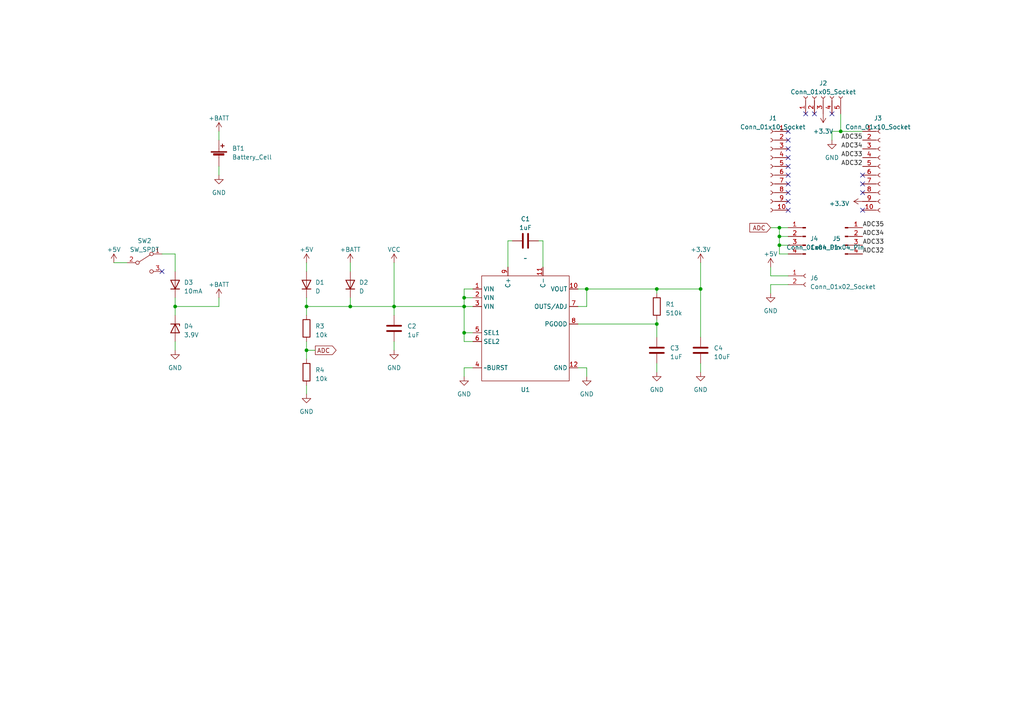
<source format=kicad_sch>
(kicad_sch (version 20230121) (generator eeschema)

  (uuid c17dc9ef-d413-42e1-95e4-42c8ed4de97d)

  (paper "A4")

  (lib_symbols
    (symbol "Connector:Conn_01x02_Socket" (pin_names (offset 1.016) hide) (in_bom yes) (on_board yes)
      (property "Reference" "J" (at 0 2.54 0)
        (effects (font (size 1.27 1.27)))
      )
      (property "Value" "Conn_01x02_Socket" (at 0 -5.08 0)
        (effects (font (size 1.27 1.27)))
      )
      (property "Footprint" "" (at 0 0 0)
        (effects (font (size 1.27 1.27)) hide)
      )
      (property "Datasheet" "~" (at 0 0 0)
        (effects (font (size 1.27 1.27)) hide)
      )
      (property "ki_locked" "" (at 0 0 0)
        (effects (font (size 1.27 1.27)))
      )
      (property "ki_keywords" "connector" (at 0 0 0)
        (effects (font (size 1.27 1.27)) hide)
      )
      (property "ki_description" "Generic connector, single row, 01x02, script generated" (at 0 0 0)
        (effects (font (size 1.27 1.27)) hide)
      )
      (property "ki_fp_filters" "Connector*:*_1x??_*" (at 0 0 0)
        (effects (font (size 1.27 1.27)) hide)
      )
      (symbol "Conn_01x02_Socket_1_1"
        (arc (start 0 -2.032) (mid -0.5058 -2.54) (end 0 -3.048)
          (stroke (width 0.1524) (type default))
          (fill (type none))
        )
        (polyline
          (pts
            (xy -1.27 -2.54)
            (xy -0.508 -2.54)
          )
          (stroke (width 0.1524) (type default))
          (fill (type none))
        )
        (polyline
          (pts
            (xy -1.27 0)
            (xy -0.508 0)
          )
          (stroke (width 0.1524) (type default))
          (fill (type none))
        )
        (arc (start 0 0.508) (mid -0.5058 0) (end 0 -0.508)
          (stroke (width 0.1524) (type default))
          (fill (type none))
        )
        (pin passive line (at -5.08 0 0) (length 3.81)
          (name "Pin_1" (effects (font (size 1.27 1.27))))
          (number "1" (effects (font (size 1.27 1.27))))
        )
        (pin passive line (at -5.08 -2.54 0) (length 3.81)
          (name "Pin_2" (effects (font (size 1.27 1.27))))
          (number "2" (effects (font (size 1.27 1.27))))
        )
      )
    )
    (symbol "Connector:Conn_01x04_Pin" (pin_names (offset 1.016) hide) (in_bom yes) (on_board yes)
      (property "Reference" "J" (at 0 5.08 0)
        (effects (font (size 1.27 1.27)))
      )
      (property "Value" "Conn_01x04_Pin" (at 0 -7.62 0)
        (effects (font (size 1.27 1.27)))
      )
      (property "Footprint" "" (at 0 0 0)
        (effects (font (size 1.27 1.27)) hide)
      )
      (property "Datasheet" "~" (at 0 0 0)
        (effects (font (size 1.27 1.27)) hide)
      )
      (property "ki_locked" "" (at 0 0 0)
        (effects (font (size 1.27 1.27)))
      )
      (property "ki_keywords" "connector" (at 0 0 0)
        (effects (font (size 1.27 1.27)) hide)
      )
      (property "ki_description" "Generic connector, single row, 01x04, script generated" (at 0 0 0)
        (effects (font (size 1.27 1.27)) hide)
      )
      (property "ki_fp_filters" "Connector*:*_1x??_*" (at 0 0 0)
        (effects (font (size 1.27 1.27)) hide)
      )
      (symbol "Conn_01x04_Pin_1_1"
        (polyline
          (pts
            (xy 1.27 -5.08)
            (xy 0.8636 -5.08)
          )
          (stroke (width 0.1524) (type default))
          (fill (type none))
        )
        (polyline
          (pts
            (xy 1.27 -2.54)
            (xy 0.8636 -2.54)
          )
          (stroke (width 0.1524) (type default))
          (fill (type none))
        )
        (polyline
          (pts
            (xy 1.27 0)
            (xy 0.8636 0)
          )
          (stroke (width 0.1524) (type default))
          (fill (type none))
        )
        (polyline
          (pts
            (xy 1.27 2.54)
            (xy 0.8636 2.54)
          )
          (stroke (width 0.1524) (type default))
          (fill (type none))
        )
        (rectangle (start 0.8636 -4.953) (end 0 -5.207)
          (stroke (width 0.1524) (type default))
          (fill (type outline))
        )
        (rectangle (start 0.8636 -2.413) (end 0 -2.667)
          (stroke (width 0.1524) (type default))
          (fill (type outline))
        )
        (rectangle (start 0.8636 0.127) (end 0 -0.127)
          (stroke (width 0.1524) (type default))
          (fill (type outline))
        )
        (rectangle (start 0.8636 2.667) (end 0 2.413)
          (stroke (width 0.1524) (type default))
          (fill (type outline))
        )
        (pin passive line (at 5.08 2.54 180) (length 3.81)
          (name "Pin_1" (effects (font (size 1.27 1.27))))
          (number "1" (effects (font (size 1.27 1.27))))
        )
        (pin passive line (at 5.08 0 180) (length 3.81)
          (name "Pin_2" (effects (font (size 1.27 1.27))))
          (number "2" (effects (font (size 1.27 1.27))))
        )
        (pin passive line (at 5.08 -2.54 180) (length 3.81)
          (name "Pin_3" (effects (font (size 1.27 1.27))))
          (number "3" (effects (font (size 1.27 1.27))))
        )
        (pin passive line (at 5.08 -5.08 180) (length 3.81)
          (name "Pin_4" (effects (font (size 1.27 1.27))))
          (number "4" (effects (font (size 1.27 1.27))))
        )
      )
    )
    (symbol "Connector:Conn_01x05_Socket" (pin_names (offset 1.016) hide) (in_bom yes) (on_board yes)
      (property "Reference" "J" (at 0 7.62 0)
        (effects (font (size 1.27 1.27)))
      )
      (property "Value" "Conn_01x05_Socket" (at 0 -7.62 0)
        (effects (font (size 1.27 1.27)))
      )
      (property "Footprint" "" (at 0 0 0)
        (effects (font (size 1.27 1.27)) hide)
      )
      (property "Datasheet" "~" (at 0 0 0)
        (effects (font (size 1.27 1.27)) hide)
      )
      (property "ki_locked" "" (at 0 0 0)
        (effects (font (size 1.27 1.27)))
      )
      (property "ki_keywords" "connector" (at 0 0 0)
        (effects (font (size 1.27 1.27)) hide)
      )
      (property "ki_description" "Generic connector, single row, 01x05, script generated" (at 0 0 0)
        (effects (font (size 1.27 1.27)) hide)
      )
      (property "ki_fp_filters" "Connector*:*_1x??_*" (at 0 0 0)
        (effects (font (size 1.27 1.27)) hide)
      )
      (symbol "Conn_01x05_Socket_1_1"
        (arc (start 0 -4.572) (mid -0.5058 -5.08) (end 0 -5.588)
          (stroke (width 0.1524) (type default))
          (fill (type none))
        )
        (arc (start 0 -2.032) (mid -0.5058 -2.54) (end 0 -3.048)
          (stroke (width 0.1524) (type default))
          (fill (type none))
        )
        (polyline
          (pts
            (xy -1.27 -5.08)
            (xy -0.508 -5.08)
          )
          (stroke (width 0.1524) (type default))
          (fill (type none))
        )
        (polyline
          (pts
            (xy -1.27 -2.54)
            (xy -0.508 -2.54)
          )
          (stroke (width 0.1524) (type default))
          (fill (type none))
        )
        (polyline
          (pts
            (xy -1.27 0)
            (xy -0.508 0)
          )
          (stroke (width 0.1524) (type default))
          (fill (type none))
        )
        (polyline
          (pts
            (xy -1.27 2.54)
            (xy -0.508 2.54)
          )
          (stroke (width 0.1524) (type default))
          (fill (type none))
        )
        (polyline
          (pts
            (xy -1.27 5.08)
            (xy -0.508 5.08)
          )
          (stroke (width 0.1524) (type default))
          (fill (type none))
        )
        (arc (start 0 0.508) (mid -0.5058 0) (end 0 -0.508)
          (stroke (width 0.1524) (type default))
          (fill (type none))
        )
        (arc (start 0 3.048) (mid -0.5058 2.54) (end 0 2.032)
          (stroke (width 0.1524) (type default))
          (fill (type none))
        )
        (arc (start 0 5.588) (mid -0.5058 5.08) (end 0 4.572)
          (stroke (width 0.1524) (type default))
          (fill (type none))
        )
        (pin passive line (at -5.08 5.08 0) (length 3.81)
          (name "Pin_1" (effects (font (size 1.27 1.27))))
          (number "1" (effects (font (size 1.27 1.27))))
        )
        (pin passive line (at -5.08 2.54 0) (length 3.81)
          (name "Pin_2" (effects (font (size 1.27 1.27))))
          (number "2" (effects (font (size 1.27 1.27))))
        )
        (pin passive line (at -5.08 0 0) (length 3.81)
          (name "Pin_3" (effects (font (size 1.27 1.27))))
          (number "3" (effects (font (size 1.27 1.27))))
        )
        (pin passive line (at -5.08 -2.54 0) (length 3.81)
          (name "Pin_4" (effects (font (size 1.27 1.27))))
          (number "4" (effects (font (size 1.27 1.27))))
        )
        (pin passive line (at -5.08 -5.08 0) (length 3.81)
          (name "Pin_5" (effects (font (size 1.27 1.27))))
          (number "5" (effects (font (size 1.27 1.27))))
        )
      )
    )
    (symbol "Connector:Conn_01x10_Socket" (pin_names (offset 1.016) hide) (in_bom yes) (on_board yes)
      (property "Reference" "J" (at 0 12.7 0)
        (effects (font (size 1.27 1.27)))
      )
      (property "Value" "Conn_01x10_Socket" (at 0 -15.24 0)
        (effects (font (size 1.27 1.27)))
      )
      (property "Footprint" "" (at 0 0 0)
        (effects (font (size 1.27 1.27)) hide)
      )
      (property "Datasheet" "~" (at 0 0 0)
        (effects (font (size 1.27 1.27)) hide)
      )
      (property "ki_locked" "" (at 0 0 0)
        (effects (font (size 1.27 1.27)))
      )
      (property "ki_keywords" "connector" (at 0 0 0)
        (effects (font (size 1.27 1.27)) hide)
      )
      (property "ki_description" "Generic connector, single row, 01x10, script generated" (at 0 0 0)
        (effects (font (size 1.27 1.27)) hide)
      )
      (property "ki_fp_filters" "Connector*:*_1x??_*" (at 0 0 0)
        (effects (font (size 1.27 1.27)) hide)
      )
      (symbol "Conn_01x10_Socket_1_1"
        (arc (start 0 -12.192) (mid -0.5058 -12.7) (end 0 -13.208)
          (stroke (width 0.1524) (type default))
          (fill (type none))
        )
        (arc (start 0 -9.652) (mid -0.5058 -10.16) (end 0 -10.668)
          (stroke (width 0.1524) (type default))
          (fill (type none))
        )
        (arc (start 0 -7.112) (mid -0.5058 -7.62) (end 0 -8.128)
          (stroke (width 0.1524) (type default))
          (fill (type none))
        )
        (arc (start 0 -4.572) (mid -0.5058 -5.08) (end 0 -5.588)
          (stroke (width 0.1524) (type default))
          (fill (type none))
        )
        (arc (start 0 -2.032) (mid -0.5058 -2.54) (end 0 -3.048)
          (stroke (width 0.1524) (type default))
          (fill (type none))
        )
        (polyline
          (pts
            (xy -1.27 -12.7)
            (xy -0.508 -12.7)
          )
          (stroke (width 0.1524) (type default))
          (fill (type none))
        )
        (polyline
          (pts
            (xy -1.27 -10.16)
            (xy -0.508 -10.16)
          )
          (stroke (width 0.1524) (type default))
          (fill (type none))
        )
        (polyline
          (pts
            (xy -1.27 -7.62)
            (xy -0.508 -7.62)
          )
          (stroke (width 0.1524) (type default))
          (fill (type none))
        )
        (polyline
          (pts
            (xy -1.27 -5.08)
            (xy -0.508 -5.08)
          )
          (stroke (width 0.1524) (type default))
          (fill (type none))
        )
        (polyline
          (pts
            (xy -1.27 -2.54)
            (xy -0.508 -2.54)
          )
          (stroke (width 0.1524) (type default))
          (fill (type none))
        )
        (polyline
          (pts
            (xy -1.27 0)
            (xy -0.508 0)
          )
          (stroke (width 0.1524) (type default))
          (fill (type none))
        )
        (polyline
          (pts
            (xy -1.27 2.54)
            (xy -0.508 2.54)
          )
          (stroke (width 0.1524) (type default))
          (fill (type none))
        )
        (polyline
          (pts
            (xy -1.27 5.08)
            (xy -0.508 5.08)
          )
          (stroke (width 0.1524) (type default))
          (fill (type none))
        )
        (polyline
          (pts
            (xy -1.27 7.62)
            (xy -0.508 7.62)
          )
          (stroke (width 0.1524) (type default))
          (fill (type none))
        )
        (polyline
          (pts
            (xy -1.27 10.16)
            (xy -0.508 10.16)
          )
          (stroke (width 0.1524) (type default))
          (fill (type none))
        )
        (arc (start 0 0.508) (mid -0.5058 0) (end 0 -0.508)
          (stroke (width 0.1524) (type default))
          (fill (type none))
        )
        (arc (start 0 3.048) (mid -0.5058 2.54) (end 0 2.032)
          (stroke (width 0.1524) (type default))
          (fill (type none))
        )
        (arc (start 0 5.588) (mid -0.5058 5.08) (end 0 4.572)
          (stroke (width 0.1524) (type default))
          (fill (type none))
        )
        (arc (start 0 8.128) (mid -0.5058 7.62) (end 0 7.112)
          (stroke (width 0.1524) (type default))
          (fill (type none))
        )
        (arc (start 0 10.668) (mid -0.5058 10.16) (end 0 9.652)
          (stroke (width 0.1524) (type default))
          (fill (type none))
        )
        (pin passive line (at -5.08 10.16 0) (length 3.81)
          (name "Pin_1" (effects (font (size 1.27 1.27))))
          (number "1" (effects (font (size 1.27 1.27))))
        )
        (pin passive line (at -5.08 -12.7 0) (length 3.81)
          (name "Pin_10" (effects (font (size 1.27 1.27))))
          (number "10" (effects (font (size 1.27 1.27))))
        )
        (pin passive line (at -5.08 7.62 0) (length 3.81)
          (name "Pin_2" (effects (font (size 1.27 1.27))))
          (number "2" (effects (font (size 1.27 1.27))))
        )
        (pin passive line (at -5.08 5.08 0) (length 3.81)
          (name "Pin_3" (effects (font (size 1.27 1.27))))
          (number "3" (effects (font (size 1.27 1.27))))
        )
        (pin passive line (at -5.08 2.54 0) (length 3.81)
          (name "Pin_4" (effects (font (size 1.27 1.27))))
          (number "4" (effects (font (size 1.27 1.27))))
        )
        (pin passive line (at -5.08 0 0) (length 3.81)
          (name "Pin_5" (effects (font (size 1.27 1.27))))
          (number "5" (effects (font (size 1.27 1.27))))
        )
        (pin passive line (at -5.08 -2.54 0) (length 3.81)
          (name "Pin_6" (effects (font (size 1.27 1.27))))
          (number "6" (effects (font (size 1.27 1.27))))
        )
        (pin passive line (at -5.08 -5.08 0) (length 3.81)
          (name "Pin_7" (effects (font (size 1.27 1.27))))
          (number "7" (effects (font (size 1.27 1.27))))
        )
        (pin passive line (at -5.08 -7.62 0) (length 3.81)
          (name "Pin_8" (effects (font (size 1.27 1.27))))
          (number "8" (effects (font (size 1.27 1.27))))
        )
        (pin passive line (at -5.08 -10.16 0) (length 3.81)
          (name "Pin_9" (effects (font (size 1.27 1.27))))
          (number "9" (effects (font (size 1.27 1.27))))
        )
      )
    )
    (symbol "Device:Battery_Cell" (pin_numbers hide) (pin_names (offset 0) hide) (in_bom yes) (on_board yes)
      (property "Reference" "BT" (at 2.54 2.54 0)
        (effects (font (size 1.27 1.27)) (justify left))
      )
      (property "Value" "Battery_Cell" (at 2.54 0 0)
        (effects (font (size 1.27 1.27)) (justify left))
      )
      (property "Footprint" "" (at 0 1.524 90)
        (effects (font (size 1.27 1.27)) hide)
      )
      (property "Datasheet" "~" (at 0 1.524 90)
        (effects (font (size 1.27 1.27)) hide)
      )
      (property "ki_keywords" "battery cell" (at 0 0 0)
        (effects (font (size 1.27 1.27)) hide)
      )
      (property "ki_description" "Single-cell battery" (at 0 0 0)
        (effects (font (size 1.27 1.27)) hide)
      )
      (symbol "Battery_Cell_0_1"
        (rectangle (start -2.286 1.778) (end 2.286 1.524)
          (stroke (width 0) (type default))
          (fill (type outline))
        )
        (rectangle (start -1.5748 1.1938) (end 1.4732 0.6858)
          (stroke (width 0) (type default))
          (fill (type outline))
        )
        (polyline
          (pts
            (xy 0 0.762)
            (xy 0 0)
          )
          (stroke (width 0) (type default))
          (fill (type none))
        )
        (polyline
          (pts
            (xy 0 1.778)
            (xy 0 2.54)
          )
          (stroke (width 0) (type default))
          (fill (type none))
        )
        (polyline
          (pts
            (xy 0.508 3.429)
            (xy 1.524 3.429)
          )
          (stroke (width 0.254) (type default))
          (fill (type none))
        )
        (polyline
          (pts
            (xy 1.016 3.937)
            (xy 1.016 2.921)
          )
          (stroke (width 0.254) (type default))
          (fill (type none))
        )
      )
      (symbol "Battery_Cell_1_1"
        (pin passive line (at 0 5.08 270) (length 2.54)
          (name "+" (effects (font (size 1.27 1.27))))
          (number "1" (effects (font (size 1.27 1.27))))
        )
        (pin passive line (at 0 -2.54 90) (length 2.54)
          (name "-" (effects (font (size 1.27 1.27))))
          (number "2" (effects (font (size 1.27 1.27))))
        )
      )
    )
    (symbol "Device:C" (pin_numbers hide) (pin_names (offset 0.254)) (in_bom yes) (on_board yes)
      (property "Reference" "C" (at 0.635 2.54 0)
        (effects (font (size 1.27 1.27)) (justify left))
      )
      (property "Value" "C" (at 0.635 -2.54 0)
        (effects (font (size 1.27 1.27)) (justify left))
      )
      (property "Footprint" "" (at 0.9652 -3.81 0)
        (effects (font (size 1.27 1.27)) hide)
      )
      (property "Datasheet" "~" (at 0 0 0)
        (effects (font (size 1.27 1.27)) hide)
      )
      (property "ki_keywords" "cap capacitor" (at 0 0 0)
        (effects (font (size 1.27 1.27)) hide)
      )
      (property "ki_description" "Unpolarized capacitor" (at 0 0 0)
        (effects (font (size 1.27 1.27)) hide)
      )
      (property "ki_fp_filters" "C_*" (at 0 0 0)
        (effects (font (size 1.27 1.27)) hide)
      )
      (symbol "C_0_1"
        (polyline
          (pts
            (xy -2.032 -0.762)
            (xy 2.032 -0.762)
          )
          (stroke (width 0.508) (type default))
          (fill (type none))
        )
        (polyline
          (pts
            (xy -2.032 0.762)
            (xy 2.032 0.762)
          )
          (stroke (width 0.508) (type default))
          (fill (type none))
        )
      )
      (symbol "C_1_1"
        (pin passive line (at 0 3.81 270) (length 2.794)
          (name "~" (effects (font (size 1.27 1.27))))
          (number "1" (effects (font (size 1.27 1.27))))
        )
        (pin passive line (at 0 -3.81 90) (length 2.794)
          (name "~" (effects (font (size 1.27 1.27))))
          (number "2" (effects (font (size 1.27 1.27))))
        )
      )
    )
    (symbol "Device:D" (pin_numbers hide) (pin_names (offset 1.016) hide) (in_bom yes) (on_board yes)
      (property "Reference" "D" (at 0 2.54 0)
        (effects (font (size 1.27 1.27)))
      )
      (property "Value" "D" (at 0 -2.54 0)
        (effects (font (size 1.27 1.27)))
      )
      (property "Footprint" "" (at 0 0 0)
        (effects (font (size 1.27 1.27)) hide)
      )
      (property "Datasheet" "~" (at 0 0 0)
        (effects (font (size 1.27 1.27)) hide)
      )
      (property "Sim.Device" "D" (at 0 0 0)
        (effects (font (size 1.27 1.27)) hide)
      )
      (property "Sim.Pins" "1=K 2=A" (at 0 0 0)
        (effects (font (size 1.27 1.27)) hide)
      )
      (property "ki_keywords" "diode" (at 0 0 0)
        (effects (font (size 1.27 1.27)) hide)
      )
      (property "ki_description" "Diode" (at 0 0 0)
        (effects (font (size 1.27 1.27)) hide)
      )
      (property "ki_fp_filters" "TO-???* *_Diode_* *SingleDiode* D_*" (at 0 0 0)
        (effects (font (size 1.27 1.27)) hide)
      )
      (symbol "D_0_1"
        (polyline
          (pts
            (xy -1.27 1.27)
            (xy -1.27 -1.27)
          )
          (stroke (width 0.254) (type default))
          (fill (type none))
        )
        (polyline
          (pts
            (xy 1.27 0)
            (xy -1.27 0)
          )
          (stroke (width 0) (type default))
          (fill (type none))
        )
        (polyline
          (pts
            (xy 1.27 1.27)
            (xy 1.27 -1.27)
            (xy -1.27 0)
            (xy 1.27 1.27)
          )
          (stroke (width 0.254) (type default))
          (fill (type none))
        )
      )
      (symbol "D_1_1"
        (pin passive line (at -3.81 0 0) (length 2.54)
          (name "K" (effects (font (size 1.27 1.27))))
          (number "1" (effects (font (size 1.27 1.27))))
        )
        (pin passive line (at 3.81 0 180) (length 2.54)
          (name "A" (effects (font (size 1.27 1.27))))
          (number "2" (effects (font (size 1.27 1.27))))
        )
      )
    )
    (symbol "Device:D_Zener" (pin_numbers hide) (pin_names (offset 1.016) hide) (in_bom yes) (on_board yes)
      (property "Reference" "D" (at 0 2.54 0)
        (effects (font (size 1.27 1.27)))
      )
      (property "Value" "D_Zener" (at 0 -2.54 0)
        (effects (font (size 1.27 1.27)))
      )
      (property "Footprint" "" (at 0 0 0)
        (effects (font (size 1.27 1.27)) hide)
      )
      (property "Datasheet" "~" (at 0 0 0)
        (effects (font (size 1.27 1.27)) hide)
      )
      (property "ki_keywords" "diode" (at 0 0 0)
        (effects (font (size 1.27 1.27)) hide)
      )
      (property "ki_description" "Zener diode" (at 0 0 0)
        (effects (font (size 1.27 1.27)) hide)
      )
      (property "ki_fp_filters" "TO-???* *_Diode_* *SingleDiode* D_*" (at 0 0 0)
        (effects (font (size 1.27 1.27)) hide)
      )
      (symbol "D_Zener_0_1"
        (polyline
          (pts
            (xy 1.27 0)
            (xy -1.27 0)
          )
          (stroke (width 0) (type default))
          (fill (type none))
        )
        (polyline
          (pts
            (xy -1.27 -1.27)
            (xy -1.27 1.27)
            (xy -0.762 1.27)
          )
          (stroke (width 0.254) (type default))
          (fill (type none))
        )
        (polyline
          (pts
            (xy 1.27 -1.27)
            (xy 1.27 1.27)
            (xy -1.27 0)
            (xy 1.27 -1.27)
          )
          (stroke (width 0.254) (type default))
          (fill (type none))
        )
      )
      (symbol "D_Zener_1_1"
        (pin passive line (at -3.81 0 0) (length 2.54)
          (name "K" (effects (font (size 1.27 1.27))))
          (number "1" (effects (font (size 1.27 1.27))))
        )
        (pin passive line (at 3.81 0 180) (length 2.54)
          (name "A" (effects (font (size 1.27 1.27))))
          (number "2" (effects (font (size 1.27 1.27))))
        )
      )
    )
    (symbol "Device:R" (pin_numbers hide) (pin_names (offset 0)) (in_bom yes) (on_board yes)
      (property "Reference" "R" (at 2.032 0 90)
        (effects (font (size 1.27 1.27)))
      )
      (property "Value" "R" (at 0 0 90)
        (effects (font (size 1.27 1.27)))
      )
      (property "Footprint" "" (at -1.778 0 90)
        (effects (font (size 1.27 1.27)) hide)
      )
      (property "Datasheet" "~" (at 0 0 0)
        (effects (font (size 1.27 1.27)) hide)
      )
      (property "ki_keywords" "R res resistor" (at 0 0 0)
        (effects (font (size 1.27 1.27)) hide)
      )
      (property "ki_description" "Resistor" (at 0 0 0)
        (effects (font (size 1.27 1.27)) hide)
      )
      (property "ki_fp_filters" "R_*" (at 0 0 0)
        (effects (font (size 1.27 1.27)) hide)
      )
      (symbol "R_0_1"
        (rectangle (start -1.016 -2.54) (end 1.016 2.54)
          (stroke (width 0.254) (type default))
          (fill (type none))
        )
      )
      (symbol "R_1_1"
        (pin passive line (at 0 3.81 270) (length 1.27)
          (name "~" (effects (font (size 1.27 1.27))))
          (number "1" (effects (font (size 1.27 1.27))))
        )
        (pin passive line (at 0 -3.81 90) (length 1.27)
          (name "~" (effects (font (size 1.27 1.27))))
          (number "2" (effects (font (size 1.27 1.27))))
        )
      )
    )
    (symbol "Parts:LTC3245" (in_bom yes) (on_board yes)
      (property "Reference" "U" (at 0 5.08 0)
        (effects (font (size 1.27 1.27)))
      )
      (property "Value" "" (at 0 5.08 0)
        (effects (font (size 1.27 1.27)))
      )
      (property "Footprint" "" (at 0 5.08 0)
        (effects (font (size 1.27 1.27)) hide)
      )
      (property "Datasheet" "" (at 0 5.08 0)
        (effects (font (size 1.27 1.27)) hide)
      )
      (symbol "LTC3245_0_0"
        (text "" (at 6.35 27.94 0)
          (effects (font (size 1.27 1.27)))
        )
      )
      (symbol "LTC3245_0_1"
        (rectangle (start -12.7 0) (end 12.7 -30.48)
          (stroke (width 0) (type default))
          (fill (type none))
        )
      )
      (symbol "LTC3245_1_1"
        (pin power_in line (at -15.24 -3.81 0) (length 2.54)
          (name "VIN" (effects (font (size 1.27 1.27))))
          (number "1" (effects (font (size 1.27 1.27))))
        )
        (pin power_out line (at 15.24 -3.81 180) (length 2.54)
          (name "VOUT" (effects (font (size 1.27 1.27))))
          (number "10" (effects (font (size 1.27 1.27))))
        )
        (pin bidirectional line (at 5.08 2.54 270) (length 2.54)
          (name "C-" (effects (font (size 1.27 1.27))))
          (number "11" (effects (font (size 1.27 1.27))))
        )
        (pin power_in line (at 15.24 -26.67 180) (length 2.54)
          (name "GND" (effects (font (size 1.27 1.27))))
          (number "12" (effects (font (size 1.27 1.27))))
        )
        (pin power_in line (at -15.24 -6.35 0) (length 2.54)
          (name "VIN" (effects (font (size 1.27 1.27))))
          (number "2" (effects (font (size 1.27 1.27))))
        )
        (pin power_in line (at -15.24 -8.89 0) (length 2.54)
          (name "VIN" (effects (font (size 1.27 1.27))))
          (number "3" (effects (font (size 1.27 1.27))))
        )
        (pin input line (at -15.24 -26.67 0) (length 2.54)
          (name "~BURST" (effects (font (size 1.27 1.27))))
          (number "4" (effects (font (size 1.27 1.27))))
        )
        (pin input line (at -15.24 -16.51 0) (length 2.54)
          (name "SEL1" (effects (font (size 1.27 1.27))))
          (number "5" (effects (font (size 1.27 1.27))))
        )
        (pin input line (at -15.24 -19.05 0) (length 2.54)
          (name "SEL2" (effects (font (size 1.27 1.27))))
          (number "6" (effects (font (size 1.27 1.27))))
        )
        (pin input line (at 15.24 -8.89 180) (length 2.54)
          (name "OUTS/ADJ" (effects (font (size 1.27 1.27))))
          (number "7" (effects (font (size 1.27 1.27))))
        )
        (pin input line (at 15.24 -13.97 180) (length 2.54)
          (name "PGOOD" (effects (font (size 1.27 1.27))))
          (number "8" (effects (font (size 1.27 1.27))))
        )
        (pin bidirectional line (at -5.08 2.54 270) (length 2.54)
          (name "C+" (effects (font (size 1.27 1.27))))
          (number "9" (effects (font (size 1.27 1.27))))
        )
      )
    )
    (symbol "Switch:SW_SPDT" (pin_names (offset 0) hide) (in_bom yes) (on_board yes)
      (property "Reference" "SW" (at 0 4.318 0)
        (effects (font (size 1.27 1.27)))
      )
      (property "Value" "SW_SPDT" (at 0 -5.08 0)
        (effects (font (size 1.27 1.27)))
      )
      (property "Footprint" "" (at 0 0 0)
        (effects (font (size 1.27 1.27)) hide)
      )
      (property "Datasheet" "~" (at 0 0 0)
        (effects (font (size 1.27 1.27)) hide)
      )
      (property "ki_keywords" "switch single-pole double-throw spdt ON-ON" (at 0 0 0)
        (effects (font (size 1.27 1.27)) hide)
      )
      (property "ki_description" "Switch, single pole double throw" (at 0 0 0)
        (effects (font (size 1.27 1.27)) hide)
      )
      (symbol "SW_SPDT_0_0"
        (circle (center -2.032 0) (radius 0.508)
          (stroke (width 0) (type default))
          (fill (type none))
        )
        (circle (center 2.032 -2.54) (radius 0.508)
          (stroke (width 0) (type default))
          (fill (type none))
        )
      )
      (symbol "SW_SPDT_0_1"
        (polyline
          (pts
            (xy -1.524 0.254)
            (xy 1.651 2.286)
          )
          (stroke (width 0) (type default))
          (fill (type none))
        )
        (circle (center 2.032 2.54) (radius 0.508)
          (stroke (width 0) (type default))
          (fill (type none))
        )
      )
      (symbol "SW_SPDT_1_1"
        (pin passive line (at 5.08 2.54 180) (length 2.54)
          (name "A" (effects (font (size 1.27 1.27))))
          (number "1" (effects (font (size 1.27 1.27))))
        )
        (pin passive line (at -5.08 0 0) (length 2.54)
          (name "B" (effects (font (size 1.27 1.27))))
          (number "2" (effects (font (size 1.27 1.27))))
        )
        (pin passive line (at 5.08 -2.54 180) (length 2.54)
          (name "C" (effects (font (size 1.27 1.27))))
          (number "3" (effects (font (size 1.27 1.27))))
        )
      )
    )
    (symbol "power:+3.3V" (power) (pin_names (offset 0)) (in_bom yes) (on_board yes)
      (property "Reference" "#PWR" (at 0 -3.81 0)
        (effects (font (size 1.27 1.27)) hide)
      )
      (property "Value" "+3.3V" (at 0 3.556 0)
        (effects (font (size 1.27 1.27)))
      )
      (property "Footprint" "" (at 0 0 0)
        (effects (font (size 1.27 1.27)) hide)
      )
      (property "Datasheet" "" (at 0 0 0)
        (effects (font (size 1.27 1.27)) hide)
      )
      (property "ki_keywords" "global power" (at 0 0 0)
        (effects (font (size 1.27 1.27)) hide)
      )
      (property "ki_description" "Power symbol creates a global label with name \"+3.3V\"" (at 0 0 0)
        (effects (font (size 1.27 1.27)) hide)
      )
      (symbol "+3.3V_0_1"
        (polyline
          (pts
            (xy -0.762 1.27)
            (xy 0 2.54)
          )
          (stroke (width 0) (type default))
          (fill (type none))
        )
        (polyline
          (pts
            (xy 0 0)
            (xy 0 2.54)
          )
          (stroke (width 0) (type default))
          (fill (type none))
        )
        (polyline
          (pts
            (xy 0 2.54)
            (xy 0.762 1.27)
          )
          (stroke (width 0) (type default))
          (fill (type none))
        )
      )
      (symbol "+3.3V_1_1"
        (pin power_in line (at 0 0 90) (length 0) hide
          (name "+3.3V" (effects (font (size 1.27 1.27))))
          (number "1" (effects (font (size 1.27 1.27))))
        )
      )
    )
    (symbol "power:+5V" (power) (pin_names (offset 0)) (in_bom yes) (on_board yes)
      (property "Reference" "#PWR" (at 0 -3.81 0)
        (effects (font (size 1.27 1.27)) hide)
      )
      (property "Value" "+5V" (at 0 3.556 0)
        (effects (font (size 1.27 1.27)))
      )
      (property "Footprint" "" (at 0 0 0)
        (effects (font (size 1.27 1.27)) hide)
      )
      (property "Datasheet" "" (at 0 0 0)
        (effects (font (size 1.27 1.27)) hide)
      )
      (property "ki_keywords" "global power" (at 0 0 0)
        (effects (font (size 1.27 1.27)) hide)
      )
      (property "ki_description" "Power symbol creates a global label with name \"+5V\"" (at 0 0 0)
        (effects (font (size 1.27 1.27)) hide)
      )
      (symbol "+5V_0_1"
        (polyline
          (pts
            (xy -0.762 1.27)
            (xy 0 2.54)
          )
          (stroke (width 0) (type default))
          (fill (type none))
        )
        (polyline
          (pts
            (xy 0 0)
            (xy 0 2.54)
          )
          (stroke (width 0) (type default))
          (fill (type none))
        )
        (polyline
          (pts
            (xy 0 2.54)
            (xy 0.762 1.27)
          )
          (stroke (width 0) (type default))
          (fill (type none))
        )
      )
      (symbol "+5V_1_1"
        (pin power_in line (at 0 0 90) (length 0) hide
          (name "+5V" (effects (font (size 1.27 1.27))))
          (number "1" (effects (font (size 1.27 1.27))))
        )
      )
    )
    (symbol "power:+BATT" (power) (pin_names (offset 0)) (in_bom yes) (on_board yes)
      (property "Reference" "#PWR" (at 0 -3.81 0)
        (effects (font (size 1.27 1.27)) hide)
      )
      (property "Value" "+BATT" (at 0 3.556 0)
        (effects (font (size 1.27 1.27)))
      )
      (property "Footprint" "" (at 0 0 0)
        (effects (font (size 1.27 1.27)) hide)
      )
      (property "Datasheet" "" (at 0 0 0)
        (effects (font (size 1.27 1.27)) hide)
      )
      (property "ki_keywords" "global power battery" (at 0 0 0)
        (effects (font (size 1.27 1.27)) hide)
      )
      (property "ki_description" "Power symbol creates a global label with name \"+BATT\"" (at 0 0 0)
        (effects (font (size 1.27 1.27)) hide)
      )
      (symbol "+BATT_0_1"
        (polyline
          (pts
            (xy -0.762 1.27)
            (xy 0 2.54)
          )
          (stroke (width 0) (type default))
          (fill (type none))
        )
        (polyline
          (pts
            (xy 0 0)
            (xy 0 2.54)
          )
          (stroke (width 0) (type default))
          (fill (type none))
        )
        (polyline
          (pts
            (xy 0 2.54)
            (xy 0.762 1.27)
          )
          (stroke (width 0) (type default))
          (fill (type none))
        )
      )
      (symbol "+BATT_1_1"
        (pin power_in line (at 0 0 90) (length 0) hide
          (name "+BATT" (effects (font (size 1.27 1.27))))
          (number "1" (effects (font (size 1.27 1.27))))
        )
      )
    )
    (symbol "power:GND" (power) (pin_names (offset 0)) (in_bom yes) (on_board yes)
      (property "Reference" "#PWR" (at 0 -6.35 0)
        (effects (font (size 1.27 1.27)) hide)
      )
      (property "Value" "GND" (at 0 -3.81 0)
        (effects (font (size 1.27 1.27)))
      )
      (property "Footprint" "" (at 0 0 0)
        (effects (font (size 1.27 1.27)) hide)
      )
      (property "Datasheet" "" (at 0 0 0)
        (effects (font (size 1.27 1.27)) hide)
      )
      (property "ki_keywords" "global power" (at 0 0 0)
        (effects (font (size 1.27 1.27)) hide)
      )
      (property "ki_description" "Power symbol creates a global label with name \"GND\" , ground" (at 0 0 0)
        (effects (font (size 1.27 1.27)) hide)
      )
      (symbol "GND_0_1"
        (polyline
          (pts
            (xy 0 0)
            (xy 0 -1.27)
            (xy 1.27 -1.27)
            (xy 0 -2.54)
            (xy -1.27 -1.27)
            (xy 0 -1.27)
          )
          (stroke (width 0) (type default))
          (fill (type none))
        )
      )
      (symbol "GND_1_1"
        (pin power_in line (at 0 0 270) (length 0) hide
          (name "GND" (effects (font (size 1.27 1.27))))
          (number "1" (effects (font (size 1.27 1.27))))
        )
      )
    )
    (symbol "power:VCC" (power) (pin_names (offset 0)) (in_bom yes) (on_board yes)
      (property "Reference" "#PWR" (at 0 -3.81 0)
        (effects (font (size 1.27 1.27)) hide)
      )
      (property "Value" "VCC" (at 0 3.81 0)
        (effects (font (size 1.27 1.27)))
      )
      (property "Footprint" "" (at 0 0 0)
        (effects (font (size 1.27 1.27)) hide)
      )
      (property "Datasheet" "" (at 0 0 0)
        (effects (font (size 1.27 1.27)) hide)
      )
      (property "ki_keywords" "global power" (at 0 0 0)
        (effects (font (size 1.27 1.27)) hide)
      )
      (property "ki_description" "Power symbol creates a global label with name \"VCC\"" (at 0 0 0)
        (effects (font (size 1.27 1.27)) hide)
      )
      (symbol "VCC_0_1"
        (polyline
          (pts
            (xy -0.762 1.27)
            (xy 0 2.54)
          )
          (stroke (width 0) (type default))
          (fill (type none))
        )
        (polyline
          (pts
            (xy 0 0)
            (xy 0 2.54)
          )
          (stroke (width 0) (type default))
          (fill (type none))
        )
        (polyline
          (pts
            (xy 0 2.54)
            (xy 0.762 1.27)
          )
          (stroke (width 0) (type default))
          (fill (type none))
        )
      )
      (symbol "VCC_1_1"
        (pin power_in line (at 0 0 90) (length 0) hide
          (name "VCC" (effects (font (size 1.27 1.27))))
          (number "1" (effects (font (size 1.27 1.27))))
        )
      )
    )
  )

  (junction (at 88.9 101.6) (diameter 0) (color 0 0 0 0)
    (uuid 1e659f9e-1430-4530-b137-de5804a81bc0)
  )
  (junction (at 190.5 93.98) (diameter 0) (color 0 0 0 0)
    (uuid 2253eefd-29d7-4bdd-bf87-afaf81dfb1ab)
  )
  (junction (at 114.3 88.9) (diameter 0) (color 0 0 0 0)
    (uuid 29e2eb35-b8a7-4beb-9983-370cf0770e24)
  )
  (junction (at 88.9 88.9) (diameter 0) (color 0 0 0 0)
    (uuid 408d5c24-2ffe-40de-aaf6-c37473bf7876)
  )
  (junction (at 226.06 68.58) (diameter 0) (color 0 0 0 0)
    (uuid 5273acb4-8d3a-4359-9048-327162e0e98a)
  )
  (junction (at 243.84 38.1) (diameter 0) (color 0 0 0 0)
    (uuid 5273ad53-2f2a-4388-bde4-4c76bcccb991)
  )
  (junction (at 203.2 83.82) (diameter 0) (color 0 0 0 0)
    (uuid 77bf4441-ead8-4a50-8253-6beedf915afe)
  )
  (junction (at 101.6 88.9) (diameter 0) (color 0 0 0 0)
    (uuid 808e1d76-2476-4d09-b8a7-ad30ef7faf99)
  )
  (junction (at 50.8 88.9) (diameter 0) (color 0 0 0 0)
    (uuid 8dd38972-e27a-4f37-80be-3bb44835f741)
  )
  (junction (at 134.62 96.52) (diameter 0) (color 0 0 0 0)
    (uuid 9eb3ca25-aecc-4373-bd39-be4c2f47ca40)
  )
  (junction (at 170.18 83.82) (diameter 0) (color 0 0 0 0)
    (uuid a413611c-a1f4-4cc1-9e88-116896e4106f)
  )
  (junction (at 226.06 71.12) (diameter 0) (color 0 0 0 0)
    (uuid a9c5ad3b-7868-4a21-8b7f-3e6cdeea68a0)
  )
  (junction (at 134.62 88.9) (diameter 0) (color 0 0 0 0)
    (uuid c5c34352-6d8f-45be-904c-15aa9e303389)
  )
  (junction (at 226.06 66.04) (diameter 0) (color 0 0 0 0)
    (uuid cfd18b33-5216-4b2f-8dfc-4e3204e4d987)
  )
  (junction (at 190.5 83.82) (diameter 0) (color 0 0 0 0)
    (uuid dda08fb1-7260-4b31-8039-d1ff31c6c387)
  )
  (junction (at 134.62 86.36) (diameter 0) (color 0 0 0 0)
    (uuid e74656b8-0097-49a6-865d-47bbef74a68d)
  )

  (no_connect (at 228.6 48.26) (uuid 01ff58ba-cff5-47c7-8107-d4ed8f3d454f))
  (no_connect (at 228.6 45.72) (uuid 0d9ee7a6-f130-47a2-84ef-529953c0a638))
  (no_connect (at 228.6 55.88) (uuid 1e9a144d-6716-4589-8a29-be63533bab0a))
  (no_connect (at 46.99 78.74) (uuid 2404433c-a573-49b5-8676-7d705dc40c6d))
  (no_connect (at 236.22 33.02) (uuid 26187539-5b4b-48c0-beb7-941c9592f9be))
  (no_connect (at 228.6 60.96) (uuid 2e31b548-dd58-4865-8b2e-1a367871b310))
  (no_connect (at 250.19 55.88) (uuid 2fafed26-f7d7-4e60-8dbb-62032dfd460a))
  (no_connect (at 250.19 60.96) (uuid 4671a352-f0e4-4717-b9de-fa26cd8436ea))
  (no_connect (at 250.19 53.34) (uuid 4daaeacd-1ab9-4863-bf65-796a38353d8e))
  (no_connect (at 228.6 38.1) (uuid 5fdfed95-54e4-49a0-9311-801201cf132d))
  (no_connect (at 250.19 50.8) (uuid 6e44c5f8-e443-4669-91cb-c766812c7595))
  (no_connect (at 241.3 33.02) (uuid bb35ad8f-326e-4168-a752-05d362747704))
  (no_connect (at 228.6 50.8) (uuid c14e28a2-b15c-4dc5-b671-6ccc7fd8604c))
  (no_connect (at 228.6 58.42) (uuid cdfbb274-e0a8-43a4-a949-0a928018e091))
  (no_connect (at 228.6 43.18) (uuid df9dc4d5-cd2d-42b3-9bdd-de460870418f))
  (no_connect (at 233.68 33.02) (uuid e2ed9e60-089b-48dc-b6cd-7ab92556cfaa))
  (no_connect (at 228.6 53.34) (uuid e9051873-e584-4550-983c-f2e0b73e21b4))
  (no_connect (at 228.6 40.64) (uuid f597dd72-a4e2-4b43-ad1f-444ec8329526))

  (wire (pts (xy 50.8 99.06) (xy 50.8 101.6))
    (stroke (width 0) (type default))
    (uuid 0b5bde45-5745-4ff4-a20a-a7cff4350ea6)
  )
  (wire (pts (xy 203.2 97.79) (xy 203.2 83.82))
    (stroke (width 0) (type default))
    (uuid 0cf6d55e-d978-44b8-9b30-1143140ec05f)
  )
  (wire (pts (xy 203.2 105.41) (xy 203.2 107.95))
    (stroke (width 0) (type default))
    (uuid 13c1b496-7547-4c6e-bd85-e03b4ac5fea3)
  )
  (wire (pts (xy 137.16 96.52) (xy 134.62 96.52))
    (stroke (width 0) (type default))
    (uuid 13dd04ab-3c83-440e-a30f-796b85aa661f)
  )
  (wire (pts (xy 134.62 88.9) (xy 137.16 88.9))
    (stroke (width 0) (type default))
    (uuid 1563a139-bd77-4a35-bea5-9eee0e7b7c0a)
  )
  (wire (pts (xy 63.5 86.36) (xy 63.5 88.9))
    (stroke (width 0) (type default))
    (uuid 19880f65-6e58-4104-8216-f12149f1fa51)
  )
  (wire (pts (xy 50.8 73.66) (xy 50.8 78.74))
    (stroke (width 0) (type default))
    (uuid 20ddedfd-a983-4049-a87d-2d019963d913)
  )
  (wire (pts (xy 134.62 88.9) (xy 134.62 96.52))
    (stroke (width 0) (type default))
    (uuid 246ce65b-d92e-42c8-afbb-2cfe5cb78cba)
  )
  (wire (pts (xy 241.3 38.1) (xy 243.84 38.1))
    (stroke (width 0) (type default))
    (uuid 25a1844a-e560-4c4c-af9a-45c0507aa011)
  )
  (wire (pts (xy 88.9 76.2) (xy 88.9 78.74))
    (stroke (width 0) (type default))
    (uuid 261c7d0a-a26a-4107-8083-95bdeacfe765)
  )
  (wire (pts (xy 167.64 93.98) (xy 190.5 93.98))
    (stroke (width 0) (type default))
    (uuid 2e4ee510-8f23-423f-801d-90e49213244a)
  )
  (wire (pts (xy 33.02 76.2) (xy 36.83 76.2))
    (stroke (width 0) (type default))
    (uuid 33644f6a-f717-47d3-b6d4-f702f6287a2a)
  )
  (wire (pts (xy 63.5 48.26) (xy 63.5 50.8))
    (stroke (width 0) (type default))
    (uuid 33e328cf-6389-4f07-a2b5-734bf9b5eddf)
  )
  (wire (pts (xy 134.62 96.52) (xy 134.62 99.06))
    (stroke (width 0) (type default))
    (uuid 366ed453-9846-4062-b381-c3c567d25dbb)
  )
  (wire (pts (xy 228.6 73.66) (xy 226.06 73.66))
    (stroke (width 0) (type default))
    (uuid 3c393e48-2e37-4f05-86f1-b01f8a97f5f7)
  )
  (wire (pts (xy 170.18 83.82) (xy 170.18 88.9))
    (stroke (width 0) (type default))
    (uuid 3f93a1a9-08b1-467f-9e61-45f73eb4aab0)
  )
  (wire (pts (xy 190.5 105.41) (xy 190.5 107.95))
    (stroke (width 0) (type default))
    (uuid 4438ae7a-12d4-4d18-a9cd-48dcf5710cce)
  )
  (wire (pts (xy 243.84 33.02) (xy 243.84 38.1))
    (stroke (width 0) (type default))
    (uuid 48263c68-5028-49ba-a07e-647e4e8006fa)
  )
  (wire (pts (xy 50.8 86.36) (xy 50.8 88.9))
    (stroke (width 0) (type default))
    (uuid 49dbac5a-e0e6-4701-b2d1-d7b3fd0a5681)
  )
  (wire (pts (xy 134.62 86.36) (xy 134.62 88.9))
    (stroke (width 0) (type default))
    (uuid 4aa00e1b-d5cc-43a1-82f1-452aa8f94118)
  )
  (wire (pts (xy 101.6 76.2) (xy 101.6 78.74))
    (stroke (width 0) (type default))
    (uuid 4b762f0c-81f9-43e7-8045-b3e70ae26a05)
  )
  (wire (pts (xy 134.62 106.68) (xy 134.62 109.22))
    (stroke (width 0) (type default))
    (uuid 4bb3a5b9-ea10-45e6-8fba-3c055f4bf605)
  )
  (wire (pts (xy 190.5 83.82) (xy 203.2 83.82))
    (stroke (width 0) (type default))
    (uuid 4f18abda-b924-4130-98e8-dbaac1273e77)
  )
  (wire (pts (xy 134.62 99.06) (xy 137.16 99.06))
    (stroke (width 0) (type default))
    (uuid 502819a2-b05f-446e-868b-d239d769436a)
  )
  (wire (pts (xy 134.62 83.82) (xy 137.16 83.82))
    (stroke (width 0) (type default))
    (uuid 56876c8a-312c-4253-8883-ce8c54771269)
  )
  (wire (pts (xy 147.32 77.47) (xy 147.32 69.85))
    (stroke (width 0) (type default))
    (uuid 5d34149f-9f5c-4dae-9e47-b81ed4c7804d)
  )
  (wire (pts (xy 157.48 69.85) (xy 156.21 69.85))
    (stroke (width 0) (type default))
    (uuid 616e04ce-885e-4e85-a6f0-1c9b4787a1b7)
  )
  (wire (pts (xy 223.52 82.55) (xy 228.6 82.55))
    (stroke (width 0) (type default))
    (uuid 63c454c6-069e-475e-988a-50baa80aecfd)
  )
  (wire (pts (xy 88.9 99.06) (xy 88.9 101.6))
    (stroke (width 0) (type default))
    (uuid 65f16684-56be-4826-abc9-f8df3c19428e)
  )
  (wire (pts (xy 228.6 71.12) (xy 226.06 71.12))
    (stroke (width 0) (type default))
    (uuid 662b17a9-4c5b-4f1f-92c4-508deec524fa)
  )
  (wire (pts (xy 170.18 109.22) (xy 170.18 106.68))
    (stroke (width 0) (type default))
    (uuid 68ce69f5-b318-4fdc-a509-9bb3de23b1dc)
  )
  (wire (pts (xy 114.3 88.9) (xy 114.3 91.44))
    (stroke (width 0) (type default))
    (uuid 6d9bc337-5294-41c8-a1ca-6d025739469f)
  )
  (wire (pts (xy 101.6 88.9) (xy 114.3 88.9))
    (stroke (width 0) (type default))
    (uuid 711f6621-53b1-40ef-8482-cca52506d8dd)
  )
  (wire (pts (xy 203.2 76.2) (xy 203.2 83.82))
    (stroke (width 0) (type default))
    (uuid 7d3c81bf-b755-4609-91bc-6d95173c2b22)
  )
  (wire (pts (xy 147.32 69.85) (xy 148.59 69.85))
    (stroke (width 0) (type default))
    (uuid 8006c50e-5055-436e-b436-208b7d807644)
  )
  (wire (pts (xy 63.5 38.1) (xy 63.5 40.64))
    (stroke (width 0) (type default))
    (uuid 81f23c5e-3244-4a91-af8c-12cc86ef6569)
  )
  (wire (pts (xy 134.62 83.82) (xy 134.62 86.36))
    (stroke (width 0) (type default))
    (uuid 82084d03-01e8-4c79-9021-157eebd5c8e9)
  )
  (wire (pts (xy 50.8 88.9) (xy 63.5 88.9))
    (stroke (width 0) (type default))
    (uuid 8a3e29c5-b972-4265-962d-41e73002b290)
  )
  (wire (pts (xy 190.5 93.98) (xy 190.5 97.79))
    (stroke (width 0) (type default))
    (uuid 8cebee2d-0704-4f9f-9269-bc13741c9640)
  )
  (wire (pts (xy 157.48 77.47) (xy 157.48 69.85))
    (stroke (width 0) (type default))
    (uuid 8e94feae-2162-4152-a9e5-67f6200fb304)
  )
  (wire (pts (xy 226.06 73.66) (xy 226.06 71.12))
    (stroke (width 0) (type default))
    (uuid 94161c40-e2ae-43ef-aa17-8fcbf2a30d52)
  )
  (wire (pts (xy 243.84 38.1) (xy 250.19 38.1))
    (stroke (width 0) (type default))
    (uuid 9815f15a-5bf0-4aa0-905b-9175b7324000)
  )
  (wire (pts (xy 88.9 111.76) (xy 88.9 114.3))
    (stroke (width 0) (type default))
    (uuid 9867df2b-894f-4540-8f5f-7a328a6780e6)
  )
  (wire (pts (xy 228.6 80.01) (xy 223.52 80.01))
    (stroke (width 0) (type default))
    (uuid 9a0a77ca-fa84-4511-a3d1-d679a47f6f9b)
  )
  (wire (pts (xy 88.9 88.9) (xy 101.6 88.9))
    (stroke (width 0) (type default))
    (uuid 9b51e0df-f4df-4f23-8341-444f414af2b1)
  )
  (wire (pts (xy 50.8 88.9) (xy 50.8 91.44))
    (stroke (width 0) (type default))
    (uuid 9b96ff52-caab-47cd-84cc-7626f9755b9e)
  )
  (wire (pts (xy 46.99 73.66) (xy 50.8 73.66))
    (stroke (width 0) (type default))
    (uuid a0714712-7b9c-418a-a5a1-92b6a5cf792a)
  )
  (wire (pts (xy 190.5 92.71) (xy 190.5 93.98))
    (stroke (width 0) (type default))
    (uuid a4682891-6c98-43e6-b9dc-be41f8e4742f)
  )
  (wire (pts (xy 241.3 40.64) (xy 241.3 38.1))
    (stroke (width 0) (type default))
    (uuid a4756da4-559a-4a0e-8a94-1a5c2754e8e9)
  )
  (wire (pts (xy 134.62 106.68) (xy 137.16 106.68))
    (stroke (width 0) (type default))
    (uuid a6ea9e1b-e08a-47f2-95ec-822e5591d86c)
  )
  (wire (pts (xy 223.52 85.09) (xy 223.52 82.55))
    (stroke (width 0) (type default))
    (uuid b1301ae5-4baa-4383-80f9-43578275d957)
  )
  (wire (pts (xy 228.6 68.58) (xy 226.06 68.58))
    (stroke (width 0) (type default))
    (uuid bd1dbbc3-8e1f-4e8a-8e02-14be5bf0c5a0)
  )
  (wire (pts (xy 226.06 71.12) (xy 226.06 68.58))
    (stroke (width 0) (type default))
    (uuid bd1e6e34-db09-42d2-9e4b-d915932a1d03)
  )
  (wire (pts (xy 223.52 80.01) (xy 223.52 77.47))
    (stroke (width 0) (type default))
    (uuid be531994-0bf0-4280-a0cb-d3de175989fb)
  )
  (wire (pts (xy 223.52 66.04) (xy 226.06 66.04))
    (stroke (width 0) (type default))
    (uuid c6054dda-3f95-4db5-93de-e777271019b5)
  )
  (wire (pts (xy 114.3 99.06) (xy 114.3 101.6))
    (stroke (width 0) (type default))
    (uuid cc380d7e-67ee-45d1-a1a4-f8c8b45ff65b)
  )
  (wire (pts (xy 190.5 83.82) (xy 190.5 85.09))
    (stroke (width 0) (type default))
    (uuid ce67f380-a82a-4099-b7fd-f5c7f08fb4c2)
  )
  (wire (pts (xy 88.9 88.9) (xy 88.9 91.44))
    (stroke (width 0) (type default))
    (uuid d4f5b67f-54fb-440a-a546-9b676d0cbd73)
  )
  (wire (pts (xy 114.3 88.9) (xy 134.62 88.9))
    (stroke (width 0) (type default))
    (uuid db2ec09a-1c24-454f-a772-194e8c394d01)
  )
  (wire (pts (xy 167.64 83.82) (xy 170.18 83.82))
    (stroke (width 0) (type default))
    (uuid e9466183-951a-403d-88f4-7e1d5213762f)
  )
  (wire (pts (xy 170.18 106.68) (xy 167.64 106.68))
    (stroke (width 0) (type default))
    (uuid e97a35e2-bb13-4d02-9d02-46e8e9b4b981)
  )
  (wire (pts (xy 167.64 88.9) (xy 170.18 88.9))
    (stroke (width 0) (type default))
    (uuid eeddefb8-73a0-48b4-a8f2-1be4a235e72b)
  )
  (wire (pts (xy 170.18 83.82) (xy 190.5 83.82))
    (stroke (width 0) (type default))
    (uuid eff61791-962e-4cfc-b0d1-7b7f3b8ef9e2)
  )
  (wire (pts (xy 88.9 101.6) (xy 88.9 104.14))
    (stroke (width 0) (type default))
    (uuid f4372ec9-2a52-4747-b376-d9351ef1855d)
  )
  (wire (pts (xy 88.9 101.6) (xy 91.44 101.6))
    (stroke (width 0) (type default))
    (uuid f93d0433-e58b-4d72-83d0-9a3427f677c6)
  )
  (wire (pts (xy 88.9 86.36) (xy 88.9 88.9))
    (stroke (width 0) (type default))
    (uuid fbaab94d-3a29-41bb-833a-1332bb25b1bb)
  )
  (wire (pts (xy 114.3 76.2) (xy 114.3 88.9))
    (stroke (width 0) (type default))
    (uuid fc8e033e-3bac-447e-ba2b-728b749ad3a3)
  )
  (wire (pts (xy 226.06 66.04) (xy 228.6 66.04))
    (stroke (width 0) (type default))
    (uuid fcda1f3a-fb80-4c02-af98-d67a66608baa)
  )
  (wire (pts (xy 137.16 86.36) (xy 134.62 86.36))
    (stroke (width 0) (type default))
    (uuid fce71e4f-3b76-47df-b80e-850ded94d782)
  )
  (wire (pts (xy 226.06 68.58) (xy 226.06 66.04))
    (stroke (width 0) (type default))
    (uuid febd3f82-49a3-408e-ad95-e1dce5dc3a37)
  )
  (wire (pts (xy 101.6 88.9) (xy 101.6 86.36))
    (stroke (width 0) (type default))
    (uuid fed4c41b-044c-4252-801b-04c6aa72524c)
  )

  (label "ADC32" (at 250.19 73.66 0) (fields_autoplaced)
    (effects (font (size 1.27 1.27)) (justify left bottom))
    (uuid 09ff465a-77b1-40cc-82e4-a9c4d85f22be)
  )
  (label "ADC32" (at 250.19 48.26 180) (fields_autoplaced)
    (effects (font (size 1.27 1.27)) (justify right bottom))
    (uuid 1ac798e3-d6c8-4b60-87b6-3795f458522b)
  )
  (label "ADC35" (at 250.19 40.64 180) (fields_autoplaced)
    (effects (font (size 1.27 1.27)) (justify right bottom))
    (uuid 2585438f-ed26-4cd0-bb2b-bfe82225667e)
  )
  (label "ADC33" (at 250.19 45.72 180) (fields_autoplaced)
    (effects (font (size 1.27 1.27)) (justify right bottom))
    (uuid 7cd9863b-37f9-4232-a397-8e0a22e10e38)
  )
  (label "ADC34" (at 250.19 68.58 0) (fields_autoplaced)
    (effects (font (size 1.27 1.27)) (justify left bottom))
    (uuid b7b1cab1-d157-4803-84c7-5c5fa83e12e9)
  )
  (label "ADC35" (at 250.19 66.04 0) (fields_autoplaced)
    (effects (font (size 1.27 1.27)) (justify left bottom))
    (uuid c9d612ff-8063-467a-a01b-c04337a19da3)
  )
  (label "ADC33" (at 250.19 71.12 0) (fields_autoplaced)
    (effects (font (size 1.27 1.27)) (justify left bottom))
    (uuid ee468872-af09-40fb-9924-fa8b4061fea0)
  )
  (label "ADC34" (at 250.19 43.18 180) (fields_autoplaced)
    (effects (font (size 1.27 1.27)) (justify right bottom))
    (uuid f851b3a1-5a60-4bc4-b839-0d8304556d92)
  )

  (global_label "ADC" (shape output) (at 91.44 101.6 0) (fields_autoplaced)
    (effects (font (size 1.27 1.27)) (justify left))
    (uuid 4fe7bf11-76ec-45da-b844-cfe85e6b3275)
    (property "Intersheetrefs" "${INTERSHEET_REFS}" (at 97.9744 101.6 0)
      (effects (font (size 1.27 1.27)) (justify left) hide)
    )
  )
  (global_label "ADC" (shape input) (at 223.52 66.04 180) (fields_autoplaced)
    (effects (font (size 1.27 1.27)) (justify right))
    (uuid 828e74a7-b505-4964-a08f-3db33e01d54e)
    (property "Intersheetrefs" "${INTERSHEET_REFS}" (at 216.9856 66.04 0)
      (effects (font (size 1.27 1.27)) (justify right) hide)
    )
  )

  (symbol (lib_id "Device:Battery_Cell") (at 63.5 45.72 0) (unit 1)
    (in_bom yes) (on_board yes) (dnp no) (fields_autoplaced)
    (uuid 04419c12-0eb5-40f5-b296-754b2287740a)
    (property "Reference" "BT1" (at 67.31 43.053 0)
      (effects (font (size 1.27 1.27)) (justify left))
    )
    (property "Value" "Battery_Cell" (at 67.31 45.593 0)
      (effects (font (size 1.27 1.27)) (justify left))
    )
    (property "Footprint" "Battery:BatteryHolder_Keystone_1060_1x2032" (at 63.5 44.196 90)
      (effects (font (size 1.27 1.27)) hide)
    )
    (property "Datasheet" "~" (at 63.5 44.196 90)
      (effects (font (size 1.27 1.27)) hide)
    )
    (pin "1" (uuid ac5d8430-0886-4f87-ad10-f54cd5710fcc))
    (pin "2" (uuid 72847d12-d243-479e-8a8b-c62f12005aeb))
    (instances
      (project "CanSatPowerSupply"
        (path "/c17dc9ef-d413-42e1-95e4-42c8ed4de97d"
          (reference "BT1") (unit 1)
        )
      )
    )
  )

  (symbol (lib_id "power:GND") (at 223.52 85.09 0) (unit 1)
    (in_bom yes) (on_board yes) (dnp no) (fields_autoplaced)
    (uuid 05c04048-2434-4c6f-96a0-8e1a194b6ec1)
    (property "Reference" "#PWR017" (at 223.52 91.44 0)
      (effects (font (size 1.27 1.27)) hide)
    )
    (property "Value" "GND" (at 223.52 90.17 0)
      (effects (font (size 1.27 1.27)))
    )
    (property "Footprint" "" (at 223.52 85.09 0)
      (effects (font (size 1.27 1.27)) hide)
    )
    (property "Datasheet" "" (at 223.52 85.09 0)
      (effects (font (size 1.27 1.27)) hide)
    )
    (pin "1" (uuid 920620e2-a9a5-4f19-b268-97ac1e44fdd7))
    (instances
      (project "CanSatPowerSupply"
        (path "/c17dc9ef-d413-42e1-95e4-42c8ed4de97d"
          (reference "#PWR017") (unit 1)
        )
      )
    )
  )

  (symbol (lib_id "power:+5V") (at 223.52 77.47 0) (unit 1)
    (in_bom yes) (on_board yes) (dnp no) (fields_autoplaced)
    (uuid 0c7dbe90-359d-4764-b85b-9630a3427a50)
    (property "Reference" "#PWR016" (at 223.52 81.28 0)
      (effects (font (size 1.27 1.27)) hide)
    )
    (property "Value" "+5V" (at 223.52 73.66 0)
      (effects (font (size 1.27 1.27)))
    )
    (property "Footprint" "" (at 223.52 77.47 0)
      (effects (font (size 1.27 1.27)) hide)
    )
    (property "Datasheet" "" (at 223.52 77.47 0)
      (effects (font (size 1.27 1.27)) hide)
    )
    (pin "1" (uuid deef6798-f100-4d17-83c6-4827642b56ca))
    (instances
      (project "CanSatPowerSupply"
        (path "/c17dc9ef-d413-42e1-95e4-42c8ed4de97d"
          (reference "#PWR016") (unit 1)
        )
      )
    )
  )

  (symbol (lib_id "Device:C") (at 114.3 95.25 0) (unit 1)
    (in_bom yes) (on_board yes) (dnp no) (fields_autoplaced)
    (uuid 14aaa169-a296-4876-be79-8f69ea3a007b)
    (property "Reference" "C2" (at 118.11 94.615 0)
      (effects (font (size 1.27 1.27)) (justify left))
    )
    (property "Value" "1uF" (at 118.11 97.155 0)
      (effects (font (size 1.27 1.27)) (justify left))
    )
    (property "Footprint" "Capacitor_SMD:C_0603_1608Metric" (at 115.2652 99.06 0)
      (effects (font (size 1.27 1.27)) hide)
    )
    (property "Datasheet" "~" (at 114.3 95.25 0)
      (effects (font (size 1.27 1.27)) hide)
    )
    (pin "1" (uuid 3410529f-29cd-44c1-b423-f728d0cf616c))
    (pin "2" (uuid 2411bfb1-a434-440d-9560-378759d2b1c6))
    (instances
      (project "CanSatPowerSupply"
        (path "/c17dc9ef-d413-42e1-95e4-42c8ed4de97d"
          (reference "C2") (unit 1)
        )
      )
    )
  )

  (symbol (lib_id "Device:D") (at 88.9 82.55 90) (unit 1)
    (in_bom yes) (on_board yes) (dnp no) (fields_autoplaced)
    (uuid 1bea0df9-4e37-457d-ada6-2edf5bc91b89)
    (property "Reference" "D1" (at 91.44 81.915 90)
      (effects (font (size 1.27 1.27)) (justify right))
    )
    (property "Value" "D" (at 91.44 84.455 90)
      (effects (font (size 1.27 1.27)) (justify right))
    )
    (property "Footprint" "Diode_THT:D_T-1_P5.08mm_Horizontal" (at 88.9 82.55 0)
      (effects (font (size 1.27 1.27)) hide)
    )
    (property "Datasheet" "~" (at 88.9 82.55 0)
      (effects (font (size 1.27 1.27)) hide)
    )
    (property "Sim.Device" "D" (at 88.9 82.55 0)
      (effects (font (size 1.27 1.27)) hide)
    )
    (property "Sim.Pins" "1=K 2=A" (at 88.9 82.55 0)
      (effects (font (size 1.27 1.27)) hide)
    )
    (pin "1" (uuid ece34c8c-d9e5-44b5-adb5-9c563971caa1))
    (pin "2" (uuid b44c4974-7d27-4ca1-80d9-f9db02cb1679))
    (instances
      (project "CanSatPowerSupply"
        (path "/c17dc9ef-d413-42e1-95e4-42c8ed4de97d"
          (reference "D1") (unit 1)
        )
      )
    )
  )

  (symbol (lib_id "Device:R") (at 88.9 107.95 0) (unit 1)
    (in_bom yes) (on_board yes) (dnp no) (fields_autoplaced)
    (uuid 1fcbc11b-5b2e-405b-9820-e79ebb096a6d)
    (property "Reference" "R4" (at 91.44 107.315 0)
      (effects (font (size 1.27 1.27)) (justify left))
    )
    (property "Value" "10k" (at 91.44 109.855 0)
      (effects (font (size 1.27 1.27)) (justify left))
    )
    (property "Footprint" "Resistor_SMD:R_0603_1608Metric" (at 87.122 107.95 90)
      (effects (font (size 1.27 1.27)) hide)
    )
    (property "Datasheet" "~" (at 88.9 107.95 0)
      (effects (font (size 1.27 1.27)) hide)
    )
    (pin "1" (uuid f1721a41-272f-4ed9-b7cc-b13a305b5ed8))
    (pin "2" (uuid 95e9503b-23c7-43b4-893d-eb04bffcbce5))
    (instances
      (project "CanSatPowerSupply"
        (path "/c17dc9ef-d413-42e1-95e4-42c8ed4de97d"
          (reference "R4") (unit 1)
        )
      )
    )
  )

  (symbol (lib_id "power:GND") (at 203.2 107.95 0) (unit 1)
    (in_bom yes) (on_board yes) (dnp no) (fields_autoplaced)
    (uuid 2bf23445-59a0-4bed-bfef-c657fe1385c9)
    (property "Reference" "#PWR08" (at 203.2 114.3 0)
      (effects (font (size 1.27 1.27)) hide)
    )
    (property "Value" "GND" (at 203.2 113.03 0)
      (effects (font (size 1.27 1.27)))
    )
    (property "Footprint" "" (at 203.2 107.95 0)
      (effects (font (size 1.27 1.27)) hide)
    )
    (property "Datasheet" "" (at 203.2 107.95 0)
      (effects (font (size 1.27 1.27)) hide)
    )
    (pin "1" (uuid 28743426-e75d-4c34-9fc7-453fa0ef02fc))
    (instances
      (project "CanSatPowerSupply"
        (path "/c17dc9ef-d413-42e1-95e4-42c8ed4de97d"
          (reference "#PWR08") (unit 1)
        )
      )
    )
  )

  (symbol (lib_id "power:+3.3V") (at 203.2 76.2 0) (unit 1)
    (in_bom yes) (on_board yes) (dnp no) (fields_autoplaced)
    (uuid 3424db65-cb9f-43ac-bfca-448021e1c190)
    (property "Reference" "#PWR012" (at 203.2 80.01 0)
      (effects (font (size 1.27 1.27)) hide)
    )
    (property "Value" "+3.3V" (at 203.2 72.39 0)
      (effects (font (size 1.27 1.27)))
    )
    (property "Footprint" "" (at 203.2 76.2 0)
      (effects (font (size 1.27 1.27)) hide)
    )
    (property "Datasheet" "" (at 203.2 76.2 0)
      (effects (font (size 1.27 1.27)) hide)
    )
    (pin "1" (uuid 2b3e6a3a-834a-4f11-a766-ab37a182896a))
    (instances
      (project "CanSatPowerSupply"
        (path "/c17dc9ef-d413-42e1-95e4-42c8ed4de97d"
          (reference "#PWR012") (unit 1)
        )
      )
    )
  )

  (symbol (lib_id "power:GND") (at 134.62 109.22 0) (unit 1)
    (in_bom yes) (on_board yes) (dnp no) (fields_autoplaced)
    (uuid 377efbe5-3abf-4779-839e-ad97e4cf4b47)
    (property "Reference" "#PWR09" (at 134.62 115.57 0)
      (effects (font (size 1.27 1.27)) hide)
    )
    (property "Value" "GND" (at 134.62 114.3 0)
      (effects (font (size 1.27 1.27)))
    )
    (property "Footprint" "" (at 134.62 109.22 0)
      (effects (font (size 1.27 1.27)) hide)
    )
    (property "Datasheet" "" (at 134.62 109.22 0)
      (effects (font (size 1.27 1.27)) hide)
    )
    (pin "1" (uuid 2cd3e154-76f5-46db-8194-fac79ba038c8))
    (instances
      (project "CanSatPowerSupply"
        (path "/c17dc9ef-d413-42e1-95e4-42c8ed4de97d"
          (reference "#PWR09") (unit 1)
        )
      )
    )
  )

  (symbol (lib_id "Connector:Conn_01x10_Socket") (at 223.52 48.26 0) (mirror y) (unit 1)
    (in_bom yes) (on_board yes) (dnp no) (fields_autoplaced)
    (uuid 3c1f728e-52b7-4e6d-be26-62d319d838e0)
    (property "Reference" "J1" (at 224.155 34.29 0)
      (effects (font (size 1.27 1.27)))
    )
    (property "Value" "Conn_01x10_Socket" (at 224.155 36.83 0)
      (effects (font (size 1.27 1.27)))
    )
    (property "Footprint" "Connector_PinSocket_2.54mm:PinSocket_1x10_P2.54mm_Vertical" (at 223.52 48.26 0)
      (effects (font (size 1.27 1.27)) hide)
    )
    (property "Datasheet" "~" (at 223.52 48.26 0)
      (effects (font (size 1.27 1.27)) hide)
    )
    (pin "1" (uuid 551ff556-265e-4566-8ea7-02222355e49a))
    (pin "10" (uuid 3d6e0885-99bf-4b51-bc8b-88c15115936a))
    (pin "2" (uuid 9524147f-e0a5-4079-88db-823534f6e488))
    (pin "3" (uuid 385812d1-b329-4aa1-829b-e7459f157d47))
    (pin "4" (uuid 30e21406-bb8d-4822-a5f9-516897029251))
    (pin "5" (uuid a62164a1-ce33-4da2-978b-e472d4c98523))
    (pin "6" (uuid 47520737-1308-4362-b52e-bfcf1871104b))
    (pin "7" (uuid f475f00d-f488-49cb-bde9-d7907bf9f54a))
    (pin "8" (uuid bcd37bdf-4f9d-412e-b93e-3ede550e93dc))
    (pin "9" (uuid ce50954d-115b-45da-a440-d51f1ec0bd16))
    (instances
      (project "CanSatPowerSupply"
        (path "/c17dc9ef-d413-42e1-95e4-42c8ed4de97d"
          (reference "J1") (unit 1)
        )
      )
    )
  )

  (symbol (lib_id "Device:C") (at 203.2 101.6 0) (unit 1)
    (in_bom yes) (on_board yes) (dnp no) (fields_autoplaced)
    (uuid 3f44fd16-e3f7-4ec7-b4e0-842f0894bf52)
    (property "Reference" "C4" (at 207.01 100.965 0)
      (effects (font (size 1.27 1.27)) (justify left))
    )
    (property "Value" "10uF" (at 207.01 103.505 0)
      (effects (font (size 1.27 1.27)) (justify left))
    )
    (property "Footprint" "Capacitor_SMD:C_0603_1608Metric" (at 204.1652 105.41 0)
      (effects (font (size 1.27 1.27)) hide)
    )
    (property "Datasheet" "~" (at 203.2 101.6 0)
      (effects (font (size 1.27 1.27)) hide)
    )
    (pin "1" (uuid cf086c94-f3f7-4481-b9e0-0e42cc408be7))
    (pin "2" (uuid 142de6d8-f78c-4061-a9ae-a08b0598de32))
    (instances
      (project "CanSatPowerSupply"
        (path "/c17dc9ef-d413-42e1-95e4-42c8ed4de97d"
          (reference "C4") (unit 1)
        )
      )
    )
  )

  (symbol (lib_id "Device:D") (at 50.8 82.55 90) (unit 1)
    (in_bom yes) (on_board yes) (dnp no) (fields_autoplaced)
    (uuid 478fc745-8b8a-4528-9d3b-bb43995fc7f9)
    (property "Reference" "D3" (at 53.34 81.915 90)
      (effects (font (size 1.27 1.27)) (justify right))
    )
    (property "Value" "10mA" (at 53.34 84.455 90)
      (effects (font (size 1.27 1.27)) (justify right))
    )
    (property "Footprint" "Diode_THT:D_T-1_P5.08mm_Horizontal" (at 50.8 82.55 0)
      (effects (font (size 1.27 1.27)) hide)
    )
    (property "Datasheet" "~" (at 50.8 82.55 0)
      (effects (font (size 1.27 1.27)) hide)
    )
    (property "Sim.Device" "D" (at 50.8 82.55 0)
      (effects (font (size 1.27 1.27)) hide)
    )
    (property "Sim.Pins" "1=K 2=A" (at 50.8 82.55 0)
      (effects (font (size 1.27 1.27)) hide)
    )
    (pin "1" (uuid 3b488b99-30d3-4220-8d65-027fb3f8e86c))
    (pin "2" (uuid 1dcfe31d-f3d2-44dc-9d53-b58d4eb7ec2c))
    (instances
      (project "CanSatPowerSupply"
        (path "/c17dc9ef-d413-42e1-95e4-42c8ed4de97d"
          (reference "D3") (unit 1)
        )
      )
    )
  )

  (symbol (lib_id "power:GND") (at 63.5 50.8 0) (unit 1)
    (in_bom yes) (on_board yes) (dnp no) (fields_autoplaced)
    (uuid 4c032342-3c95-4a64-ae2b-01aceb501dbd)
    (property "Reference" "#PWR011" (at 63.5 57.15 0)
      (effects (font (size 1.27 1.27)) hide)
    )
    (property "Value" "GND" (at 63.5 55.88 0)
      (effects (font (size 1.27 1.27)))
    )
    (property "Footprint" "" (at 63.5 50.8 0)
      (effects (font (size 1.27 1.27)) hide)
    )
    (property "Datasheet" "" (at 63.5 50.8 0)
      (effects (font (size 1.27 1.27)) hide)
    )
    (pin "1" (uuid cc639def-d80b-4a87-ac40-e2202b7ae29e))
    (instances
      (project "CanSatPowerSupply"
        (path "/c17dc9ef-d413-42e1-95e4-42c8ed4de97d"
          (reference "#PWR011") (unit 1)
        )
      )
    )
  )

  (symbol (lib_id "Connector:Conn_01x05_Socket") (at 238.76 27.94 90) (unit 1)
    (in_bom yes) (on_board yes) (dnp no) (fields_autoplaced)
    (uuid 55a5f33e-58e3-4a38-9cf3-bd33cbcf02e7)
    (property "Reference" "J2" (at 238.76 24.13 90)
      (effects (font (size 1.27 1.27)))
    )
    (property "Value" "Conn_01x05_Socket" (at 238.76 26.67 90)
      (effects (font (size 1.27 1.27)))
    )
    (property "Footprint" "Connector_PinSocket_2.54mm:PinSocket_1x05_P2.54mm_Vertical" (at 238.76 27.94 0)
      (effects (font (size 1.27 1.27)) hide)
    )
    (property "Datasheet" "~" (at 238.76 27.94 0)
      (effects (font (size 1.27 1.27)) hide)
    )
    (pin "1" (uuid 2b337c03-eb54-4c0b-93ca-b097368d6973))
    (pin "2" (uuid de1b8025-ef8a-4099-8a56-5c6061f06221))
    (pin "3" (uuid 46c5062a-f61e-4c63-a6f8-bb2194f5eea7))
    (pin "4" (uuid 065227df-aee1-4cfd-ac2d-bfa1eb7c9dee))
    (pin "5" (uuid 4aa4b024-cd0a-4d5b-b9fc-be9dfa26720d))
    (instances
      (project "CanSatPowerSupply"
        (path "/c17dc9ef-d413-42e1-95e4-42c8ed4de97d"
          (reference "J2") (unit 1)
        )
      )
    )
  )

  (symbol (lib_id "power:+BATT") (at 63.5 38.1 0) (unit 1)
    (in_bom yes) (on_board yes) (dnp no) (fields_autoplaced)
    (uuid 5a84c723-42c1-4451-bd4d-72a43c6b56b5)
    (property "Reference" "#PWR04" (at 63.5 41.91 0)
      (effects (font (size 1.27 1.27)) hide)
    )
    (property "Value" "+BATT" (at 63.5 34.29 0)
      (effects (font (size 1.27 1.27)))
    )
    (property "Footprint" "" (at 63.5 38.1 0)
      (effects (font (size 1.27 1.27)) hide)
    )
    (property "Datasheet" "" (at 63.5 38.1 0)
      (effects (font (size 1.27 1.27)) hide)
    )
    (pin "1" (uuid e5139821-8141-47bc-bb8c-e52a83721be1))
    (instances
      (project "CanSatPowerSupply"
        (path "/c17dc9ef-d413-42e1-95e4-42c8ed4de97d"
          (reference "#PWR04") (unit 1)
        )
      )
    )
  )

  (symbol (lib_id "Device:C") (at 190.5 101.6 0) (unit 1)
    (in_bom yes) (on_board yes) (dnp no) (fields_autoplaced)
    (uuid 5baebaf4-65f1-4b4b-9bf6-e5f94493e00d)
    (property "Reference" "C3" (at 194.31 100.965 0)
      (effects (font (size 1.27 1.27)) (justify left))
    )
    (property "Value" "1uF" (at 194.31 103.505 0)
      (effects (font (size 1.27 1.27)) (justify left))
    )
    (property "Footprint" "Capacitor_SMD:C_0603_1608Metric" (at 191.4652 105.41 0)
      (effects (font (size 1.27 1.27)) hide)
    )
    (property "Datasheet" "~" (at 190.5 101.6 0)
      (effects (font (size 1.27 1.27)) hide)
    )
    (pin "1" (uuid 619247c0-de21-43ed-8263-50fccbba09ba))
    (pin "2" (uuid debedce7-7006-452f-b4e6-2142f309de70))
    (instances
      (project "CanSatPowerSupply"
        (path "/c17dc9ef-d413-42e1-95e4-42c8ed4de97d"
          (reference "C3") (unit 1)
        )
      )
    )
  )

  (symbol (lib_id "power:+BATT") (at 63.5 86.36 0) (unit 1)
    (in_bom yes) (on_board yes) (dnp no) (fields_autoplaced)
    (uuid 60512848-e87c-4ddf-9af1-36780c881996)
    (property "Reference" "#PWR020" (at 63.5 90.17 0)
      (effects (font (size 1.27 1.27)) hide)
    )
    (property "Value" "+BATT" (at 63.5 82.55 0)
      (effects (font (size 1.27 1.27)))
    )
    (property "Footprint" "" (at 63.5 86.36 0)
      (effects (font (size 1.27 1.27)) hide)
    )
    (property "Datasheet" "" (at 63.5 86.36 0)
      (effects (font (size 1.27 1.27)) hide)
    )
    (pin "1" (uuid 4124b23e-7efc-4850-86cd-d2bc1f5e2a86))
    (instances
      (project "CanSatPowerSupply"
        (path "/c17dc9ef-d413-42e1-95e4-42c8ed4de97d"
          (reference "#PWR020") (unit 1)
        )
      )
    )
  )

  (symbol (lib_id "Device:C") (at 152.4 69.85 90) (unit 1)
    (in_bom yes) (on_board yes) (dnp no) (fields_autoplaced)
    (uuid 81777947-2cde-442a-bbe2-738cf52c20d2)
    (property "Reference" "C1" (at 152.4 63.5 90)
      (effects (font (size 1.27 1.27)))
    )
    (property "Value" "1uF" (at 152.4 66.04 90)
      (effects (font (size 1.27 1.27)))
    )
    (property "Footprint" "Capacitor_SMD:C_0603_1608Metric" (at 156.21 68.8848 0)
      (effects (font (size 1.27 1.27)) hide)
    )
    (property "Datasheet" "~" (at 152.4 69.85 0)
      (effects (font (size 1.27 1.27)) hide)
    )
    (pin "1" (uuid 790fc849-1242-4bba-8a6f-681352c7dc2f))
    (pin "2" (uuid 448496c3-504e-4d09-a645-e1d41ebbad9f))
    (instances
      (project "CanSatPowerSupply"
        (path "/c17dc9ef-d413-42e1-95e4-42c8ed4de97d"
          (reference "C1") (unit 1)
        )
      )
    )
  )

  (symbol (lib_id "power:VCC") (at 114.3 76.2 0) (unit 1)
    (in_bom yes) (on_board yes) (dnp no) (fields_autoplaced)
    (uuid 84511291-08ca-4b89-bacb-3112220e00e0)
    (property "Reference" "#PWR03" (at 114.3 80.01 0)
      (effects (font (size 1.27 1.27)) hide)
    )
    (property "Value" "VCC" (at 114.3 72.39 0)
      (effects (font (size 1.27 1.27)))
    )
    (property "Footprint" "" (at 114.3 76.2 0)
      (effects (font (size 1.27 1.27)) hide)
    )
    (property "Datasheet" "" (at 114.3 76.2 0)
      (effects (font (size 1.27 1.27)) hide)
    )
    (pin "1" (uuid 565005b3-450b-442b-8a9c-ace4bbff2c3e))
    (instances
      (project "CanSatPowerSupply"
        (path "/c17dc9ef-d413-42e1-95e4-42c8ed4de97d"
          (reference "#PWR03") (unit 1)
        )
      )
    )
  )

  (symbol (lib_id "power:+5V") (at 88.9 76.2 0) (unit 1)
    (in_bom yes) (on_board yes) (dnp no) (fields_autoplaced)
    (uuid 9184582b-ce61-4d31-b11c-abf094b8a299)
    (property "Reference" "#PWR01" (at 88.9 80.01 0)
      (effects (font (size 1.27 1.27)) hide)
    )
    (property "Value" "+5V" (at 88.9 72.39 0)
      (effects (font (size 1.27 1.27)))
    )
    (property "Footprint" "" (at 88.9 76.2 0)
      (effects (font (size 1.27 1.27)) hide)
    )
    (property "Datasheet" "" (at 88.9 76.2 0)
      (effects (font (size 1.27 1.27)) hide)
    )
    (pin "1" (uuid 89688992-3ff6-4c98-9616-2441c9866703))
    (instances
      (project "CanSatPowerSupply"
        (path "/c17dc9ef-d413-42e1-95e4-42c8ed4de97d"
          (reference "#PWR01") (unit 1)
        )
      )
    )
  )

  (symbol (lib_id "Switch:SW_SPDT") (at 41.91 76.2 0) (unit 1)
    (in_bom yes) (on_board yes) (dnp no) (fields_autoplaced)
    (uuid 98556b19-b60a-4f52-a500-f955cad1c86e)
    (property "Reference" "SW2" (at 41.91 69.85 0)
      (effects (font (size 1.27 1.27)))
    )
    (property "Value" "SW_SPDT" (at 41.91 72.39 0)
      (effects (font (size 1.27 1.27)))
    )
    (property "Footprint" "Button_Switch_THT:SW_CuK_OS102011MA1QN1_SPDT_Angled" (at 41.91 76.2 0)
      (effects (font (size 1.27 1.27)) hide)
    )
    (property "Datasheet" "~" (at 41.91 76.2 0)
      (effects (font (size 1.27 1.27)) hide)
    )
    (pin "1" (uuid a3876d88-1cdd-4acf-bdd8-b3191365bf65))
    (pin "2" (uuid 741072ca-5296-47ef-81ee-5ae27d9e2929))
    (pin "3" (uuid 843f0b21-b3a7-48a7-9656-47574553bee5))
    (instances
      (project "CanSatPowerSupply"
        (path "/c17dc9ef-d413-42e1-95e4-42c8ed4de97d"
          (reference "SW2") (unit 1)
        )
      )
    )
  )

  (symbol (lib_id "Device:R") (at 88.9 95.25 0) (unit 1)
    (in_bom yes) (on_board yes) (dnp no) (fields_autoplaced)
    (uuid a97eda7d-112d-473b-a033-1ed721762942)
    (property "Reference" "R3" (at 91.44 94.615 0)
      (effects (font (size 1.27 1.27)) (justify left))
    )
    (property "Value" "10k" (at 91.44 97.155 0)
      (effects (font (size 1.27 1.27)) (justify left))
    )
    (property "Footprint" "Resistor_SMD:R_0603_1608Metric" (at 87.122 95.25 90)
      (effects (font (size 1.27 1.27)) hide)
    )
    (property "Datasheet" "~" (at 88.9 95.25 0)
      (effects (font (size 1.27 1.27)) hide)
    )
    (pin "1" (uuid eb06b939-acb7-4aaa-8293-e3f0f7ae1266))
    (pin "2" (uuid 4a3af550-c944-4aab-be8c-ecb2b0505ef4))
    (instances
      (project "CanSatPowerSupply"
        (path "/c17dc9ef-d413-42e1-95e4-42c8ed4de97d"
          (reference "R3") (unit 1)
        )
      )
    )
  )

  (symbol (lib_id "Device:D") (at 101.6 82.55 90) (unit 1)
    (in_bom yes) (on_board yes) (dnp no) (fields_autoplaced)
    (uuid af66162d-d8b6-4041-80e4-22bb81f06ac3)
    (property "Reference" "D2" (at 104.14 81.915 90)
      (effects (font (size 1.27 1.27)) (justify right))
    )
    (property "Value" "D" (at 104.14 84.455 90)
      (effects (font (size 1.27 1.27)) (justify right))
    )
    (property "Footprint" "Diode_THT:D_T-1_P5.08mm_Horizontal" (at 101.6 82.55 0)
      (effects (font (size 1.27 1.27)) hide)
    )
    (property "Datasheet" "~" (at 101.6 82.55 0)
      (effects (font (size 1.27 1.27)) hide)
    )
    (property "Sim.Device" "D" (at 101.6 82.55 0)
      (effects (font (size 1.27 1.27)) hide)
    )
    (property "Sim.Pins" "1=K 2=A" (at 101.6 82.55 0)
      (effects (font (size 1.27 1.27)) hide)
    )
    (pin "1" (uuid da019bdd-27a3-43d0-a43d-e32bca841ca2))
    (pin "2" (uuid f8e1f514-d3d6-45a3-8733-ab2cd2c2930f))
    (instances
      (project "CanSatPowerSupply"
        (path "/c17dc9ef-d413-42e1-95e4-42c8ed4de97d"
          (reference "D2") (unit 1)
        )
      )
    )
  )

  (symbol (lib_id "Connector:Conn_01x02_Socket") (at 233.68 80.01 0) (unit 1)
    (in_bom yes) (on_board yes) (dnp no) (fields_autoplaced)
    (uuid b1b8dedb-9c99-472d-a4ac-3f071e72ada2)
    (property "Reference" "J6" (at 234.95 80.645 0)
      (effects (font (size 1.27 1.27)) (justify left))
    )
    (property "Value" "Conn_01x02_Socket" (at 234.95 83.185 0)
      (effects (font (size 1.27 1.27)) (justify left))
    )
    (property "Footprint" "Connector_PinSocket_2.54mm:PinSocket_1x02_P2.54mm_Vertical" (at 233.68 80.01 0)
      (effects (font (size 1.27 1.27)) hide)
    )
    (property "Datasheet" "~" (at 233.68 80.01 0)
      (effects (font (size 1.27 1.27)) hide)
    )
    (pin "1" (uuid bc74bb6d-a086-4f6a-9ffe-8bd197eabbe5))
    (pin "2" (uuid 88115a5a-7809-4d17-931a-702056695c29))
    (instances
      (project "CanSatPowerSupply"
        (path "/c17dc9ef-d413-42e1-95e4-42c8ed4de97d"
          (reference "J6") (unit 1)
        )
      )
    )
  )

  (symbol (lib_id "Parts:LTC3245") (at 152.4 80.01 0) (unit 1)
    (in_bom yes) (on_board yes) (dnp no) (fields_autoplaced)
    (uuid b49b9201-cd80-4f77-a7f1-a3d0c74fc09a)
    (property "Reference" "U1" (at 152.4 113.03 0)
      (effects (font (size 1.27 1.27)))
    )
    (property "Value" "~" (at 152.4 74.93 0)
      (effects (font (size 1.27 1.27)))
    )
    (property "Footprint" "Package_SO:MSOP-12_3x4mm_P0.65mm" (at 152.4 74.93 0)
      (effects (font (size 1.27 1.27)) hide)
    )
    (property "Datasheet" "" (at 152.4 74.93 0)
      (effects (font (size 1.27 1.27)) hide)
    )
    (pin "1" (uuid 9bf69609-b0e7-4b9f-a21c-3368de407e12))
    (pin "10" (uuid 3bc808ac-7b1a-4137-b296-46b2b982df46))
    (pin "11" (uuid 06b9c303-aa55-45a0-ab25-0d60a2b465b6))
    (pin "12" (uuid 0439285a-c8ac-4a55-a731-844ce999f29a))
    (pin "2" (uuid 67263202-b5a3-4793-be7d-58b33252e2f3))
    (pin "3" (uuid fb106511-654f-4fb4-a802-8e2acb32c827))
    (pin "4" (uuid 2205f1fd-9a3a-411b-a4fc-1b607a466d1b))
    (pin "5" (uuid 8a40ce6f-002e-45c6-9a9e-12313161983c))
    (pin "6" (uuid 68b04e1e-3161-4517-8abe-05dd0045853b))
    (pin "7" (uuid 5005d329-bcee-43a8-a10c-782265de7b7b))
    (pin "8" (uuid d017ff8e-e748-4b97-bd3b-7488ed3918b2))
    (pin "9" (uuid 1b8f4d31-94bb-47d2-bdc4-cf0b3c6b9b18))
    (instances
      (project "CanSatPowerSupply"
        (path "/c17dc9ef-d413-42e1-95e4-42c8ed4de97d"
          (reference "U1") (unit 1)
        )
      )
    )
  )

  (symbol (lib_id "power:GND") (at 190.5 107.95 0) (unit 1)
    (in_bom yes) (on_board yes) (dnp no) (fields_autoplaced)
    (uuid bb7f9b7c-4ea7-467d-aca2-80ea369a2509)
    (property "Reference" "#PWR07" (at 190.5 114.3 0)
      (effects (font (size 1.27 1.27)) hide)
    )
    (property "Value" "GND" (at 190.5 113.03 0)
      (effects (font (size 1.27 1.27)))
    )
    (property "Footprint" "" (at 190.5 107.95 0)
      (effects (font (size 1.27 1.27)) hide)
    )
    (property "Datasheet" "" (at 190.5 107.95 0)
      (effects (font (size 1.27 1.27)) hide)
    )
    (pin "1" (uuid 071d0069-979b-4371-a092-7052441226c8))
    (instances
      (project "CanSatPowerSupply"
        (path "/c17dc9ef-d413-42e1-95e4-42c8ed4de97d"
          (reference "#PWR07") (unit 1)
        )
      )
    )
  )

  (symbol (lib_id "Connector:Conn_01x04_Pin") (at 245.11 68.58 0) (unit 1)
    (in_bom yes) (on_board yes) (dnp no)
    (uuid bc4005b8-0f56-456c-8618-b20161c582ef)
    (property "Reference" "J5" (at 243.84 69.215 0)
      (effects (font (size 1.27 1.27)) (justify right))
    )
    (property "Value" "Conn_01x04_Pin" (at 243.84 71.755 0)
      (effects (font (size 1.27 1.27)) (justify right))
    )
    (property "Footprint" "Connector_PinSocket_2.54mm:PinSocket_1x04_P2.54mm_Vertical" (at 245.11 68.58 0)
      (effects (font (size 1.27 1.27)) hide)
    )
    (property "Datasheet" "~" (at 245.11 68.58 0)
      (effects (font (size 1.27 1.27)) hide)
    )
    (pin "1" (uuid 386a2d30-c608-4c22-b4ca-dfd02bc436f6))
    (pin "2" (uuid aec000e9-dd76-4e55-81c8-1e7a5c5505f1))
    (pin "3" (uuid 28ca5f30-30b9-4b52-9860-fc03805c56ce))
    (pin "4" (uuid 1c111f76-2ab8-476d-ac1d-2095faff6714))
    (instances
      (project "CanSatPowerSupply"
        (path "/c17dc9ef-d413-42e1-95e4-42c8ed4de97d"
          (reference "J5") (unit 1)
        )
      )
    )
  )

  (symbol (lib_id "power:GND") (at 50.8 101.6 0) (unit 1)
    (in_bom yes) (on_board yes) (dnp no) (fields_autoplaced)
    (uuid df62b796-a114-41d4-af9a-991c870a3012)
    (property "Reference" "#PWR018" (at 50.8 107.95 0)
      (effects (font (size 1.27 1.27)) hide)
    )
    (property "Value" "GND" (at 50.8 106.68 0)
      (effects (font (size 1.27 1.27)))
    )
    (property "Footprint" "" (at 50.8 101.6 0)
      (effects (font (size 1.27 1.27)) hide)
    )
    (property "Datasheet" "" (at 50.8 101.6 0)
      (effects (font (size 1.27 1.27)) hide)
    )
    (pin "1" (uuid 730292c4-bf90-4e1b-9ef2-ef03ad228d27))
    (instances
      (project "CanSatPowerSupply"
        (path "/c17dc9ef-d413-42e1-95e4-42c8ed4de97d"
          (reference "#PWR018") (unit 1)
        )
      )
    )
  )

  (symbol (lib_id "power:+3.3V") (at 238.76 33.02 180) (unit 1)
    (in_bom yes) (on_board yes) (dnp no) (fields_autoplaced)
    (uuid e146fbdd-e424-49b1-9780-3e3786ff0391)
    (property "Reference" "#PWR015" (at 238.76 29.21 0)
      (effects (font (size 1.27 1.27)) hide)
    )
    (property "Value" "+3.3V" (at 238.76 38.1 0)
      (effects (font (size 1.27 1.27)))
    )
    (property "Footprint" "" (at 238.76 33.02 0)
      (effects (font (size 1.27 1.27)) hide)
    )
    (property "Datasheet" "" (at 238.76 33.02 0)
      (effects (font (size 1.27 1.27)) hide)
    )
    (pin "1" (uuid 47149fd7-3ac7-41c5-9978-00c5a71ab1e6))
    (instances
      (project "CanSatPowerSupply"
        (path "/c17dc9ef-d413-42e1-95e4-42c8ed4de97d"
          (reference "#PWR015") (unit 1)
        )
      )
    )
  )

  (symbol (lib_id "Device:R") (at 190.5 88.9 0) (unit 1)
    (in_bom yes) (on_board yes) (dnp no) (fields_autoplaced)
    (uuid e41ab7ee-ad56-4fb7-b08a-0cc15ac6f32c)
    (property "Reference" "R1" (at 193.04 88.265 0)
      (effects (font (size 1.27 1.27)) (justify left))
    )
    (property "Value" "510k" (at 193.04 90.805 0)
      (effects (font (size 1.27 1.27)) (justify left))
    )
    (property "Footprint" "Resistor_SMD:R_0603_1608Metric" (at 188.722 88.9 90)
      (effects (font (size 1.27 1.27)) hide)
    )
    (property "Datasheet" "~" (at 190.5 88.9 0)
      (effects (font (size 1.27 1.27)) hide)
    )
    (pin "1" (uuid 7c058a95-7838-47f4-8f39-2eab5f4cfb62))
    (pin "2" (uuid e838145a-a046-4fcd-bf47-feb18a7174cd))
    (instances
      (project "CanSatPowerSupply"
        (path "/c17dc9ef-d413-42e1-95e4-42c8ed4de97d"
          (reference "R1") (unit 1)
        )
      )
    )
  )

  (symbol (lib_id "Device:D_Zener") (at 50.8 95.25 270) (unit 1)
    (in_bom yes) (on_board yes) (dnp no) (fields_autoplaced)
    (uuid e59caf04-5d15-44f4-b5ed-fe24a3aa71ac)
    (property "Reference" "D4" (at 53.34 94.615 90)
      (effects (font (size 1.27 1.27)) (justify left))
    )
    (property "Value" "3.9V" (at 53.34 97.155 90)
      (effects (font (size 1.27 1.27)) (justify left))
    )
    (property "Footprint" "Diode_THT:D_T-1_P5.08mm_Horizontal" (at 50.8 95.25 0)
      (effects (font (size 1.27 1.27)) hide)
    )
    (property "Datasheet" "~" (at 50.8 95.25 0)
      (effects (font (size 1.27 1.27)) hide)
    )
    (pin "1" (uuid 6f9ce7c7-3234-42cd-ac8e-84fa0ca09194))
    (pin "2" (uuid c05e7700-b975-4110-b891-1c17c32c03f6))
    (instances
      (project "CanSatPowerSupply"
        (path "/c17dc9ef-d413-42e1-95e4-42c8ed4de97d"
          (reference "D4") (unit 1)
        )
      )
    )
  )

  (symbol (lib_id "power:+3.3V") (at 250.19 58.42 90) (unit 1)
    (in_bom yes) (on_board yes) (dnp no) (fields_autoplaced)
    (uuid ebd75060-e10c-4db3-a185-a1a5485274e7)
    (property "Reference" "#PWR014" (at 254 58.42 0)
      (effects (font (size 1.27 1.27)) hide)
    )
    (property "Value" "+3.3V" (at 246.38 59.055 90)
      (effects (font (size 1.27 1.27)) (justify left))
    )
    (property "Footprint" "" (at 250.19 58.42 0)
      (effects (font (size 1.27 1.27)) hide)
    )
    (property "Datasheet" "" (at 250.19 58.42 0)
      (effects (font (size 1.27 1.27)) hide)
    )
    (pin "1" (uuid 4cd34334-bb20-4af4-b046-db4475c728fb))
    (instances
      (project "CanSatPowerSupply"
        (path "/c17dc9ef-d413-42e1-95e4-42c8ed4de97d"
          (reference "#PWR014") (unit 1)
        )
      )
    )
  )

  (symbol (lib_id "power:+BATT") (at 101.6 76.2 0) (unit 1)
    (in_bom yes) (on_board yes) (dnp no) (fields_autoplaced)
    (uuid ed042784-a596-4ad4-8da5-87a55a878adb)
    (property "Reference" "#PWR02" (at 101.6 80.01 0)
      (effects (font (size 1.27 1.27)) hide)
    )
    (property "Value" "+BATT" (at 101.6 72.39 0)
      (effects (font (size 1.27 1.27)))
    )
    (property "Footprint" "" (at 101.6 76.2 0)
      (effects (font (size 1.27 1.27)) hide)
    )
    (property "Datasheet" "" (at 101.6 76.2 0)
      (effects (font (size 1.27 1.27)) hide)
    )
    (pin "1" (uuid 673df5ab-2eba-4117-bea2-3a71b30f4798))
    (instances
      (project "CanSatPowerSupply"
        (path "/c17dc9ef-d413-42e1-95e4-42c8ed4de97d"
          (reference "#PWR02") (unit 1)
        )
      )
    )
  )

  (symbol (lib_id "power:GND") (at 241.3 40.64 0) (unit 1)
    (in_bom yes) (on_board yes) (dnp no) (fields_autoplaced)
    (uuid f1be34ff-77bf-4e0c-8b49-53352d9ca94b)
    (property "Reference" "#PWR013" (at 241.3 46.99 0)
      (effects (font (size 1.27 1.27)) hide)
    )
    (property "Value" "GND" (at 241.3 45.72 0)
      (effects (font (size 1.27 1.27)))
    )
    (property "Footprint" "" (at 241.3 40.64 0)
      (effects (font (size 1.27 1.27)) hide)
    )
    (property "Datasheet" "" (at 241.3 40.64 0)
      (effects (font (size 1.27 1.27)) hide)
    )
    (pin "1" (uuid 7439c052-4435-4829-87c5-ea71b67ae84a))
    (instances
      (project "CanSatPowerSupply"
        (path "/c17dc9ef-d413-42e1-95e4-42c8ed4de97d"
          (reference "#PWR013") (unit 1)
        )
      )
    )
  )

  (symbol (lib_id "Connector:Conn_01x04_Pin") (at 233.68 68.58 0) (mirror y) (unit 1)
    (in_bom yes) (on_board yes) (dnp no)
    (uuid f3a69dc3-1433-4d36-b8a0-13f6e12030d1)
    (property "Reference" "J4" (at 234.95 69.215 0)
      (effects (font (size 1.27 1.27)) (justify right))
    )
    (property "Value" "Conn_01x04_Pin" (at 234.95 71.755 0)
      (effects (font (size 1.27 1.27)) (justify right))
    )
    (property "Footprint" "Connector_PinSocket_2.54mm:PinSocket_1x04_P2.54mm_Vertical" (at 233.68 68.58 0)
      (effects (font (size 1.27 1.27)) hide)
    )
    (property "Datasheet" "~" (at 233.68 68.58 0)
      (effects (font (size 1.27 1.27)) hide)
    )
    (pin "1" (uuid d1d3749b-b2c8-48fa-a240-28652422eb00))
    (pin "2" (uuid 340c51ba-2c55-4ace-8d4c-bb2abc7ffe66))
    (pin "3" (uuid 7c43272d-5d68-4a7b-8c44-c13feb7310d4))
    (pin "4" (uuid c6e4f8cb-8a19-4aa2-a380-9af5168e0793))
    (instances
      (project "CanSatPowerSupply"
        (path "/c17dc9ef-d413-42e1-95e4-42c8ed4de97d"
          (reference "J4") (unit 1)
        )
      )
    )
  )

  (symbol (lib_id "power:+5V") (at 33.02 76.2 0) (unit 1)
    (in_bom yes) (on_board yes) (dnp no) (fields_autoplaced)
    (uuid f3c5412d-5ae7-4667-8c27-e1d91e17e543)
    (property "Reference" "#PWR019" (at 33.02 80.01 0)
      (effects (font (size 1.27 1.27)) hide)
    )
    (property "Value" "+5V" (at 33.02 72.39 0)
      (effects (font (size 1.27 1.27)))
    )
    (property "Footprint" "" (at 33.02 76.2 0)
      (effects (font (size 1.27 1.27)) hide)
    )
    (property "Datasheet" "" (at 33.02 76.2 0)
      (effects (font (size 1.27 1.27)) hide)
    )
    (pin "1" (uuid 5b96b29c-211e-4fa2-a663-a1f5d7265f19))
    (instances
      (project "CanSatPowerSupply"
        (path "/c17dc9ef-d413-42e1-95e4-42c8ed4de97d"
          (reference "#PWR019") (unit 1)
        )
      )
    )
  )

  (symbol (lib_id "power:GND") (at 88.9 114.3 0) (unit 1)
    (in_bom yes) (on_board yes) (dnp no) (fields_autoplaced)
    (uuid f48a4cbe-5cb1-482f-9f7c-2ed63e84c833)
    (property "Reference" "#PWR010" (at 88.9 120.65 0)
      (effects (font (size 1.27 1.27)) hide)
    )
    (property "Value" "GND" (at 88.9 119.38 0)
      (effects (font (size 1.27 1.27)))
    )
    (property "Footprint" "" (at 88.9 114.3 0)
      (effects (font (size 1.27 1.27)) hide)
    )
    (property "Datasheet" "" (at 88.9 114.3 0)
      (effects (font (size 1.27 1.27)) hide)
    )
    (pin "1" (uuid 9e21522d-c03f-473b-9a23-c0a27f9452de))
    (instances
      (project "CanSatPowerSupply"
        (path "/c17dc9ef-d413-42e1-95e4-42c8ed4de97d"
          (reference "#PWR010") (unit 1)
        )
      )
    )
  )

  (symbol (lib_id "Connector:Conn_01x10_Socket") (at 255.27 48.26 0) (unit 1)
    (in_bom yes) (on_board yes) (dnp no)
    (uuid f51b5921-9321-41fa-a320-b776a9e10310)
    (property "Reference" "J3" (at 254.635 34.29 0)
      (effects (font (size 1.27 1.27)))
    )
    (property "Value" "Conn_01x10_Socket" (at 254.635 36.83 0)
      (effects (font (size 1.27 1.27)))
    )
    (property "Footprint" "Connector_PinSocket_2.54mm:PinSocket_1x10_P2.54mm_Vertical" (at 255.27 48.26 0)
      (effects (font (size 1.27 1.27)) hide)
    )
    (property "Datasheet" "~" (at 255.27 48.26 0)
      (effects (font (size 1.27 1.27)) hide)
    )
    (pin "1" (uuid 05d8a4d4-e800-42c2-a160-ca0219911682))
    (pin "10" (uuid 22935e1b-e1c7-4fb5-933e-553063399928))
    (pin "2" (uuid 20be0364-6dcb-4dea-ba97-f87ff763c4f8))
    (pin "3" (uuid f3625510-0006-490d-b266-694832ee3010))
    (pin "4" (uuid 6ef0a3e9-8d91-4646-9b0f-b5dd1fa549e1))
    (pin "5" (uuid 3df6a532-40ee-42f1-a604-792492cf7bef))
    (pin "6" (uuid 421c5e70-db57-44e5-91af-a6575c827e2e))
    (pin "7" (uuid 3e67ba69-e08f-401d-a6f4-5c848a2317f8))
    (pin "8" (uuid ba1f1871-6403-4568-8456-50b59f9094f2))
    (pin "9" (uuid ebfb6cda-1138-4ed0-a627-366b285e9d31))
    (instances
      (project "CanSatPowerSupply"
        (path "/c17dc9ef-d413-42e1-95e4-42c8ed4de97d"
          (reference "J3") (unit 1)
        )
      )
    )
  )

  (symbol (lib_id "power:GND") (at 114.3 101.6 0) (unit 1)
    (in_bom yes) (on_board yes) (dnp no) (fields_autoplaced)
    (uuid f7769a2c-1236-42c0-81a1-2d16ea82e21d)
    (property "Reference" "#PWR05" (at 114.3 107.95 0)
      (effects (font (size 1.27 1.27)) hide)
    )
    (property "Value" "GND" (at 114.3 106.68 0)
      (effects (font (size 1.27 1.27)))
    )
    (property "Footprint" "" (at 114.3 101.6 0)
      (effects (font (size 1.27 1.27)) hide)
    )
    (property "Datasheet" "" (at 114.3 101.6 0)
      (effects (font (size 1.27 1.27)) hide)
    )
    (pin "1" (uuid c8d7218e-573f-4352-a338-7bf5ccb8371f))
    (instances
      (project "CanSatPowerSupply"
        (path "/c17dc9ef-d413-42e1-95e4-42c8ed4de97d"
          (reference "#PWR05") (unit 1)
        )
      )
    )
  )

  (symbol (lib_id "power:GND") (at 170.18 109.22 0) (unit 1)
    (in_bom yes) (on_board yes) (dnp no) (fields_autoplaced)
    (uuid f7eec2dd-64a9-4c25-848a-2c31678bf63e)
    (property "Reference" "#PWR06" (at 170.18 115.57 0)
      (effects (font (size 1.27 1.27)) hide)
    )
    (property "Value" "GND" (at 170.18 114.3 0)
      (effects (font (size 1.27 1.27)))
    )
    (property "Footprint" "" (at 170.18 109.22 0)
      (effects (font (size 1.27 1.27)) hide)
    )
    (property "Datasheet" "" (at 170.18 109.22 0)
      (effects (font (size 1.27 1.27)) hide)
    )
    (pin "1" (uuid 5c7e270f-77ab-4e74-99e4-0fff99b04644))
    (instances
      (project "CanSatPowerSupply"
        (path "/c17dc9ef-d413-42e1-95e4-42c8ed4de97d"
          (reference "#PWR06") (unit 1)
        )
      )
    )
  )

  (sheet_instances
    (path "/" (page "1"))
  )
)

</source>
